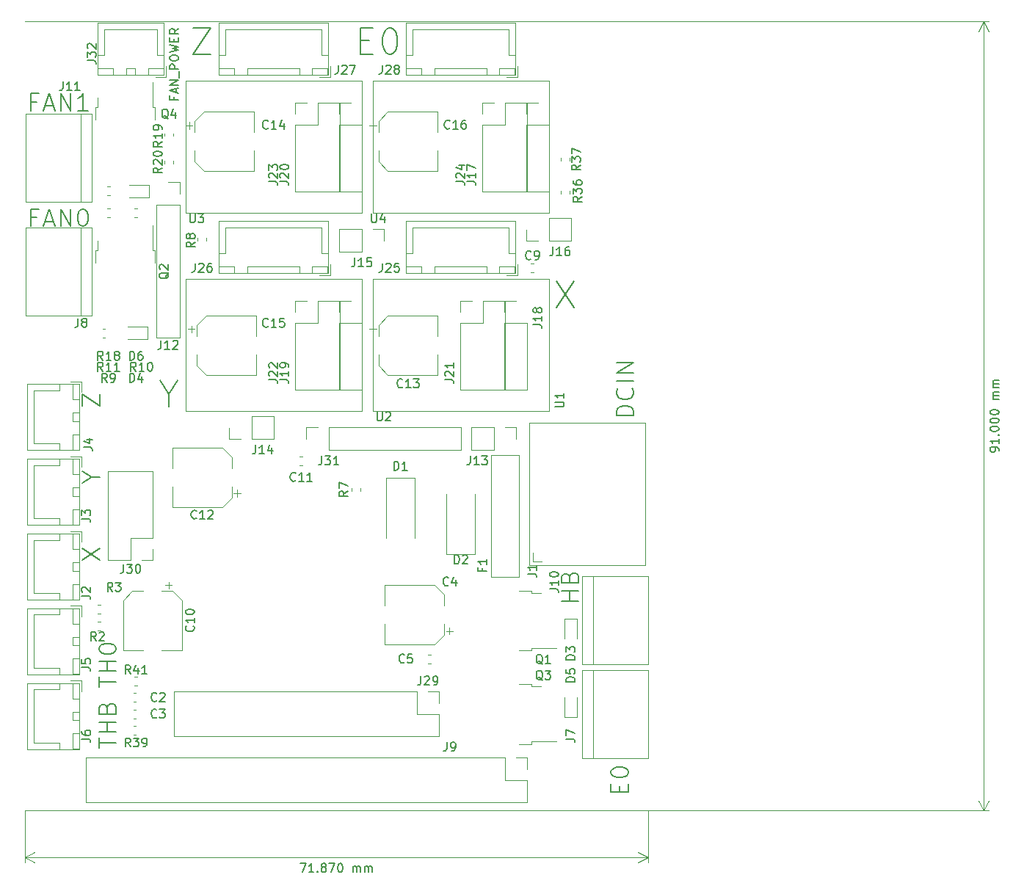
<source format=gbr>
G04 #@! TF.GenerationSoftware,KiCad,Pcbnew,5.1.5+dfsg1-2build2*
G04 #@! TF.CreationDate,2020-12-13T22:45:39+09:00*
G04 #@! TF.ProjectId,Klipper,4b6c6970-7065-4722-9e6b-696361645f70,rev?*
G04 #@! TF.SameCoordinates,Original*
G04 #@! TF.FileFunction,Legend,Top*
G04 #@! TF.FilePolarity,Positive*
%FSLAX46Y46*%
G04 Gerber Fmt 4.6, Leading zero omitted, Abs format (unit mm)*
G04 Created by KiCad (PCBNEW 5.1.5+dfsg1-2build2) date 2020-12-13 22:45:39*
%MOMM*%
%LPD*%
G04 APERTURE LIST*
%ADD10C,0.150000*%
%ADD11C,0.120000*%
G04 APERTURE END LIST*
D10*
X-755476Y-51362380D02*
X-88809Y-51362380D01*
X-517380Y-52362380D01*
X815952Y-52362380D02*
X244523Y-52362380D01*
X530238Y-52362380D02*
X530238Y-51362380D01*
X435000Y-51505238D01*
X339761Y-51600476D01*
X244523Y-51648095D01*
X1244523Y-52267142D02*
X1292142Y-52314761D01*
X1244523Y-52362380D01*
X1196904Y-52314761D01*
X1244523Y-52267142D01*
X1244523Y-52362380D01*
X1863571Y-51790952D02*
X1768333Y-51743333D01*
X1720714Y-51695714D01*
X1673095Y-51600476D01*
X1673095Y-51552857D01*
X1720714Y-51457619D01*
X1768333Y-51410000D01*
X1863571Y-51362380D01*
X2054047Y-51362380D01*
X2149285Y-51410000D01*
X2196904Y-51457619D01*
X2244523Y-51552857D01*
X2244523Y-51600476D01*
X2196904Y-51695714D01*
X2149285Y-51743333D01*
X2054047Y-51790952D01*
X1863571Y-51790952D01*
X1768333Y-51838571D01*
X1720714Y-51886190D01*
X1673095Y-51981428D01*
X1673095Y-52171904D01*
X1720714Y-52267142D01*
X1768333Y-52314761D01*
X1863571Y-52362380D01*
X2054047Y-52362380D01*
X2149285Y-52314761D01*
X2196904Y-52267142D01*
X2244523Y-52171904D01*
X2244523Y-51981428D01*
X2196904Y-51886190D01*
X2149285Y-51838571D01*
X2054047Y-51790952D01*
X2577857Y-51362380D02*
X3244523Y-51362380D01*
X2815952Y-52362380D01*
X3815952Y-51362380D02*
X3911190Y-51362380D01*
X4006428Y-51410000D01*
X4054047Y-51457619D01*
X4101666Y-51552857D01*
X4149285Y-51743333D01*
X4149285Y-51981428D01*
X4101666Y-52171904D01*
X4054047Y-52267142D01*
X4006428Y-52314761D01*
X3911190Y-52362380D01*
X3815952Y-52362380D01*
X3720714Y-52314761D01*
X3673095Y-52267142D01*
X3625476Y-52171904D01*
X3577857Y-51981428D01*
X3577857Y-51743333D01*
X3625476Y-51552857D01*
X3673095Y-51457619D01*
X3720714Y-51410000D01*
X3815952Y-51362380D01*
X5339761Y-52362380D02*
X5339761Y-51695714D01*
X5339761Y-51790952D02*
X5387380Y-51743333D01*
X5482619Y-51695714D01*
X5625476Y-51695714D01*
X5720714Y-51743333D01*
X5768333Y-51838571D01*
X5768333Y-52362380D01*
X5768333Y-51838571D02*
X5815952Y-51743333D01*
X5911190Y-51695714D01*
X6054047Y-51695714D01*
X6149285Y-51743333D01*
X6196904Y-51838571D01*
X6196904Y-52362380D01*
X6673095Y-52362380D02*
X6673095Y-51695714D01*
X6673095Y-51790952D02*
X6720714Y-51743333D01*
X6815952Y-51695714D01*
X6958809Y-51695714D01*
X7054047Y-51743333D01*
X7101666Y-51838571D01*
X7101666Y-52362380D01*
X7101666Y-51838571D02*
X7149285Y-51743333D01*
X7244523Y-51695714D01*
X7387380Y-51695714D01*
X7482619Y-51743333D01*
X7530238Y-51838571D01*
X7530238Y-52362380D01*
D11*
X-32500000Y-50640000D02*
X39370000Y-50640000D01*
X-32500000Y-45250000D02*
X-32500000Y-51226421D01*
X39370000Y-45250000D02*
X39370000Y-51226421D01*
X39370000Y-50640000D02*
X38243496Y-51226421D01*
X39370000Y-50640000D02*
X38243496Y-50053579D01*
X-32500000Y-50640000D02*
X-31373496Y-51226421D01*
X-32500000Y-50640000D02*
X-31373496Y-50053579D01*
D10*
X79827380Y-3797619D02*
X79827380Y-3607142D01*
X79779761Y-3511904D01*
X79732142Y-3464285D01*
X79589285Y-3369047D01*
X79398809Y-3321428D01*
X79017857Y-3321428D01*
X78922619Y-3369047D01*
X78875000Y-3416666D01*
X78827380Y-3511904D01*
X78827380Y-3702380D01*
X78875000Y-3797619D01*
X78922619Y-3845238D01*
X79017857Y-3892857D01*
X79255952Y-3892857D01*
X79351190Y-3845238D01*
X79398809Y-3797619D01*
X79446428Y-3702380D01*
X79446428Y-3511904D01*
X79398809Y-3416666D01*
X79351190Y-3369047D01*
X79255952Y-3321428D01*
X79827380Y-2369047D02*
X79827380Y-2940476D01*
X79827380Y-2654761D02*
X78827380Y-2654761D01*
X78970238Y-2750000D01*
X79065476Y-2845238D01*
X79113095Y-2940476D01*
X79732142Y-1940476D02*
X79779761Y-1892857D01*
X79827380Y-1940476D01*
X79779761Y-1988095D01*
X79732142Y-1940476D01*
X79827380Y-1940476D01*
X78827380Y-1273809D02*
X78827380Y-1178571D01*
X78875000Y-1083333D01*
X78922619Y-1035714D01*
X79017857Y-988095D01*
X79208333Y-940476D01*
X79446428Y-940476D01*
X79636904Y-988095D01*
X79732142Y-1035714D01*
X79779761Y-1083333D01*
X79827380Y-1178571D01*
X79827380Y-1273809D01*
X79779761Y-1369047D01*
X79732142Y-1416666D01*
X79636904Y-1464285D01*
X79446428Y-1511904D01*
X79208333Y-1511904D01*
X79017857Y-1464285D01*
X78922619Y-1416666D01*
X78875000Y-1369047D01*
X78827380Y-1273809D01*
X78827380Y-321428D02*
X78827380Y-226190D01*
X78875000Y-130952D01*
X78922619Y-83333D01*
X79017857Y-35714D01*
X79208333Y11904D01*
X79446428Y11904D01*
X79636904Y-35714D01*
X79732142Y-83333D01*
X79779761Y-130952D01*
X79827380Y-226190D01*
X79827380Y-321428D01*
X79779761Y-416666D01*
X79732142Y-464285D01*
X79636904Y-511904D01*
X79446428Y-559523D01*
X79208333Y-559523D01*
X79017857Y-511904D01*
X78922619Y-464285D01*
X78875000Y-416666D01*
X78827380Y-321428D01*
X78827380Y630952D02*
X78827380Y726190D01*
X78875000Y821428D01*
X78922619Y869047D01*
X79017857Y916666D01*
X79208333Y964285D01*
X79446428Y964285D01*
X79636904Y916666D01*
X79732142Y869047D01*
X79779761Y821428D01*
X79827380Y726190D01*
X79827380Y630952D01*
X79779761Y535714D01*
X79732142Y488095D01*
X79636904Y440476D01*
X79446428Y392857D01*
X79208333Y392857D01*
X79017857Y440476D01*
X78922619Y488095D01*
X78875000Y535714D01*
X78827380Y630952D01*
X79827380Y2154761D02*
X79160714Y2154761D01*
X79255952Y2154761D02*
X79208333Y2202380D01*
X79160714Y2297619D01*
X79160714Y2440476D01*
X79208333Y2535714D01*
X79303571Y2583333D01*
X79827380Y2583333D01*
X79303571Y2583333D02*
X79208333Y2630952D01*
X79160714Y2726190D01*
X79160714Y2869047D01*
X79208333Y2964285D01*
X79303571Y3011904D01*
X79827380Y3011904D01*
X79827380Y3488095D02*
X79160714Y3488095D01*
X79255952Y3488095D02*
X79208333Y3535714D01*
X79160714Y3630952D01*
X79160714Y3773809D01*
X79208333Y3869047D01*
X79303571Y3916666D01*
X79827380Y3916666D01*
X79303571Y3916666D02*
X79208333Y3964285D01*
X79160714Y4059523D01*
X79160714Y4202380D01*
X79208333Y4297619D01*
X79303571Y4345238D01*
X79827380Y4345238D01*
D11*
X78105000Y-45250000D02*
X78105000Y45750000D01*
X-32500000Y-45250000D02*
X78691421Y-45250000D01*
X-32500000Y45750000D02*
X78691421Y45750000D01*
X78105000Y45750000D02*
X78691421Y44623496D01*
X78105000Y45750000D02*
X77518579Y44623496D01*
X78105000Y-45250000D02*
X78691421Y-44123496D01*
X78105000Y-45250000D02*
X77518579Y-44123496D01*
X16130000Y-15670000D02*
X16130000Y-8770000D01*
X19430000Y-15670000D02*
X19430000Y-8770000D01*
X16130000Y-15670000D02*
X19430000Y-15670000D01*
X12445000Y-6915000D02*
X12445000Y-13815000D01*
X9145000Y-6915000D02*
X9145000Y-13815000D01*
X12445000Y-6915000D02*
X9145000Y-6915000D01*
X-17720000Y-16410000D02*
X-19050000Y-16410000D01*
X-17720000Y-15080000D02*
X-17720000Y-16410000D01*
X-20320000Y-16410000D02*
X-22920000Y-16410000D01*
X-20320000Y-13810000D02*
X-20320000Y-16410000D01*
X-17720000Y-13810000D02*
X-20320000Y-13810000D01*
X-22920000Y-16410000D02*
X-22920000Y-6130000D01*
X-17720000Y-13810000D02*
X-17720000Y-6130000D01*
X-17720000Y-6130000D02*
X-22920000Y-6130000D01*
X-16200000Y39320000D02*
X-16200000Y40570000D01*
X-17450000Y39320000D02*
X-16200000Y39320000D01*
X-23350000Y44820000D02*
X-20300000Y44820000D01*
X-23350000Y41870000D02*
X-23350000Y44820000D01*
X-24100000Y41870000D02*
X-23350000Y41870000D01*
X-17250000Y44820000D02*
X-20300000Y44820000D01*
X-17250000Y41870000D02*
X-17250000Y44820000D01*
X-16500000Y41870000D02*
X-17250000Y41870000D01*
X-24100000Y39620000D02*
X-22300000Y39620000D01*
X-24100000Y40370000D02*
X-24100000Y39620000D01*
X-22300000Y40370000D02*
X-24100000Y40370000D01*
X-22300000Y39620000D02*
X-22300000Y40370000D01*
X-18300000Y39620000D02*
X-16500000Y39620000D01*
X-18300000Y40370000D02*
X-18300000Y39620000D01*
X-16500000Y40370000D02*
X-18300000Y40370000D01*
X-16500000Y39620000D02*
X-16500000Y40370000D01*
X-20800000Y39620000D02*
X-19800000Y39620000D01*
X-20800000Y40370000D02*
X-20800000Y39620000D01*
X-19800000Y40370000D02*
X-20800000Y40370000D01*
X-19800000Y39620000D02*
X-19800000Y40370000D01*
X-24110000Y39610000D02*
X-16490000Y39610000D01*
X-24110000Y45580000D02*
X-24110000Y39610000D01*
X-16490000Y45580000D02*
X-24110000Y45580000D01*
X-16490000Y39610000D02*
X-16490000Y45580000D01*
X-19522221Y-29810000D02*
X-19847779Y-29810000D01*
X-19522221Y-30830000D02*
X-19847779Y-30830000D01*
X-19674721Y-35525000D02*
X-20000279Y-35525000D01*
X-19674721Y-36545000D02*
X-20000279Y-36545000D01*
X16483750Y-24941250D02*
X16483750Y-24153750D01*
X16877500Y-24547500D02*
X16090000Y-24547500D01*
X15850000Y-20354437D02*
X14785563Y-19290000D01*
X15850000Y-25045563D02*
X14785563Y-26110000D01*
X15850000Y-25045563D02*
X15850000Y-23760000D01*
X15850000Y-20354437D02*
X15850000Y-21640000D01*
X14785563Y-19290000D02*
X9030000Y-19290000D01*
X14785563Y-26110000D02*
X9030000Y-26110000D01*
X9030000Y-26110000D02*
X9030000Y-23760000D01*
X9030000Y-19290000D02*
X9030000Y-21640000D01*
X29745000Y-23120000D02*
X29745000Y-25405000D01*
X31215000Y-23120000D02*
X29745000Y-23120000D01*
X31215000Y-25405000D02*
X31215000Y-23120000D01*
X31215000Y-34497500D02*
X31215000Y-32212500D01*
X29745000Y-34497500D02*
X31215000Y-34497500D01*
X29745000Y-32212500D02*
X29745000Y-34497500D01*
X-24135000Y35895000D02*
X-24135000Y36995000D01*
X-24405000Y35895000D02*
X-24135000Y35895000D01*
X-24405000Y34395000D02*
X-24405000Y35895000D01*
X-17775000Y35895000D02*
X-17775000Y38725000D01*
X-17505000Y35895000D02*
X-17775000Y35895000D01*
X-17505000Y34395000D02*
X-17505000Y35895000D01*
X25956000Y-20155000D02*
X27056000Y-20155000D01*
X25956000Y-19885000D02*
X25956000Y-20155000D01*
X24456000Y-19885000D02*
X25956000Y-19885000D01*
X25956000Y-26515000D02*
X28786000Y-26515000D01*
X25956000Y-26785000D02*
X25956000Y-26515000D01*
X24456000Y-26785000D02*
X25956000Y-26785000D01*
X-24135000Y19385000D02*
X-24135000Y20485000D01*
X-24405000Y19385000D02*
X-24135000Y19385000D01*
X-24405000Y17885000D02*
X-24405000Y19385000D01*
X-17775000Y19385000D02*
X-17775000Y22215000D01*
X-17505000Y19385000D02*
X-17775000Y19385000D01*
X-17505000Y17885000D02*
X-17505000Y19385000D01*
X25956000Y-30950000D02*
X27056000Y-30950000D01*
X25956000Y-30680000D02*
X25956000Y-30950000D01*
X24456000Y-30680000D02*
X25956000Y-30680000D01*
X25956000Y-37310000D02*
X28786000Y-37310000D01*
X25956000Y-37580000D02*
X25956000Y-37310000D01*
X24456000Y-37580000D02*
X25956000Y-37580000D01*
X24495000Y-18290000D02*
X21295000Y-18290000D01*
X24495000Y-4290000D02*
X21295000Y-4290000D01*
X21295000Y-12169000D02*
X21295000Y-18290000D01*
X21295000Y-4290000D02*
X21295000Y-12169000D01*
X24495000Y-6190000D02*
X24495000Y-18290000D01*
X24495000Y-4290000D02*
X24495000Y-6190000D01*
X26085000Y-16540000D02*
X26085000Y-15540000D01*
X26085000Y-16540000D02*
X27085000Y-16540000D01*
X39085000Y-16940000D02*
X25685000Y-16940000D01*
X39085000Y-540000D02*
X39085000Y-16940000D01*
X25685000Y-540000D02*
X39085000Y-540000D01*
X25685000Y-16940000D02*
X25685000Y-540000D01*
X6225000Y-8410279D02*
X6225000Y-8084721D01*
X5205000Y-8410279D02*
X5205000Y-8084721D01*
X14285279Y-27270000D02*
X13959721Y-27270000D01*
X14285279Y-28290000D02*
X13959721Y-28290000D01*
X-18200000Y26930000D02*
X-20485000Y26930000D01*
X-18200000Y25460000D02*
X-18200000Y26930000D01*
X-20485000Y25460000D02*
X-18200000Y25460000D01*
X-18352500Y10547000D02*
X-20637500Y10547000D01*
X-18352500Y9077000D02*
X-18352500Y10547000D01*
X-20637500Y9077000D02*
X-18352500Y9077000D01*
X-25952000Y-30264000D02*
X-27202000Y-30264000D01*
X-25952000Y-31514000D02*
X-25952000Y-30264000D01*
X-31452000Y-37414000D02*
X-31452000Y-34364000D01*
X-28502000Y-37414000D02*
X-31452000Y-37414000D01*
X-28502000Y-38164000D02*
X-28502000Y-37414000D01*
X-31452000Y-31314000D02*
X-31452000Y-34364000D01*
X-28502000Y-31314000D02*
X-31452000Y-31314000D01*
X-28502000Y-30564000D02*
X-28502000Y-31314000D01*
X-26252000Y-38164000D02*
X-26252000Y-36364000D01*
X-27002000Y-38164000D02*
X-26252000Y-38164000D01*
X-27002000Y-36364000D02*
X-27002000Y-38164000D01*
X-26252000Y-36364000D02*
X-27002000Y-36364000D01*
X-26252000Y-32364000D02*
X-26252000Y-30564000D01*
X-27002000Y-32364000D02*
X-26252000Y-32364000D01*
X-27002000Y-30564000D02*
X-27002000Y-32364000D01*
X-26252000Y-30564000D02*
X-27002000Y-30564000D01*
X-26252000Y-34864000D02*
X-26252000Y-33864000D01*
X-27002000Y-34864000D02*
X-26252000Y-34864000D01*
X-27002000Y-33864000D02*
X-27002000Y-34864000D01*
X-26252000Y-33864000D02*
X-27002000Y-33864000D01*
X-26242000Y-38174000D02*
X-26242000Y-30554000D01*
X-32212000Y-38174000D02*
X-26242000Y-38174000D01*
X-32212000Y-30554000D02*
X-32212000Y-38174000D01*
X-26242000Y-30554000D02*
X-32212000Y-30554000D01*
X-25952000Y-21628000D02*
X-27202000Y-21628000D01*
X-25952000Y-22878000D02*
X-25952000Y-21628000D01*
X-31452000Y-28778000D02*
X-31452000Y-25728000D01*
X-28502000Y-28778000D02*
X-31452000Y-28778000D01*
X-28502000Y-29528000D02*
X-28502000Y-28778000D01*
X-31452000Y-22678000D02*
X-31452000Y-25728000D01*
X-28502000Y-22678000D02*
X-31452000Y-22678000D01*
X-28502000Y-21928000D02*
X-28502000Y-22678000D01*
X-26252000Y-29528000D02*
X-26252000Y-27728000D01*
X-27002000Y-29528000D02*
X-26252000Y-29528000D01*
X-27002000Y-27728000D02*
X-27002000Y-29528000D01*
X-26252000Y-27728000D02*
X-27002000Y-27728000D01*
X-26252000Y-23728000D02*
X-26252000Y-21928000D01*
X-27002000Y-23728000D02*
X-26252000Y-23728000D01*
X-27002000Y-21928000D02*
X-27002000Y-23728000D01*
X-26252000Y-21928000D02*
X-27002000Y-21928000D01*
X-26252000Y-26228000D02*
X-26252000Y-25228000D01*
X-27002000Y-26228000D02*
X-26252000Y-26228000D01*
X-27002000Y-25228000D02*
X-27002000Y-26228000D01*
X-26252000Y-25228000D02*
X-27002000Y-25228000D01*
X-26242000Y-29538000D02*
X-26242000Y-21918000D01*
X-32212000Y-29538000D02*
X-26242000Y-29538000D01*
X-32212000Y-21918000D02*
X-32212000Y-29538000D01*
X-26242000Y-21918000D02*
X-32212000Y-21918000D01*
X-25952000Y4240000D02*
X-27202000Y4240000D01*
X-25952000Y2990000D02*
X-25952000Y4240000D01*
X-31452000Y-2910000D02*
X-31452000Y140000D01*
X-28502000Y-2910000D02*
X-31452000Y-2910000D01*
X-28502000Y-3660000D02*
X-28502000Y-2910000D01*
X-31452000Y3190000D02*
X-31452000Y140000D01*
X-28502000Y3190000D02*
X-31452000Y3190000D01*
X-28502000Y3940000D02*
X-28502000Y3190000D01*
X-26252000Y-3660000D02*
X-26252000Y-1860000D01*
X-27002000Y-3660000D02*
X-26252000Y-3660000D01*
X-27002000Y-1860000D02*
X-27002000Y-3660000D01*
X-26252000Y-1860000D02*
X-27002000Y-1860000D01*
X-26252000Y2140000D02*
X-26252000Y3940000D01*
X-27002000Y2140000D02*
X-26252000Y2140000D01*
X-27002000Y3940000D02*
X-27002000Y2140000D01*
X-26252000Y3940000D02*
X-27002000Y3940000D01*
X-26252000Y-360000D02*
X-26252000Y640000D01*
X-27002000Y-360000D02*
X-26252000Y-360000D01*
X-27002000Y640000D02*
X-27002000Y-360000D01*
X-26252000Y640000D02*
X-27002000Y640000D01*
X-26242000Y-3670000D02*
X-26242000Y3950000D01*
X-32212000Y-3670000D02*
X-26242000Y-3670000D01*
X-32212000Y3950000D02*
X-32212000Y-3670000D01*
X-26242000Y3950000D02*
X-32212000Y3950000D01*
X-25952000Y-4396000D02*
X-27202000Y-4396000D01*
X-25952000Y-5646000D02*
X-25952000Y-4396000D01*
X-31452000Y-11546000D02*
X-31452000Y-8496000D01*
X-28502000Y-11546000D02*
X-31452000Y-11546000D01*
X-28502000Y-12296000D02*
X-28502000Y-11546000D01*
X-31452000Y-5446000D02*
X-31452000Y-8496000D01*
X-28502000Y-5446000D02*
X-31452000Y-5446000D01*
X-28502000Y-4696000D02*
X-28502000Y-5446000D01*
X-26252000Y-12296000D02*
X-26252000Y-10496000D01*
X-27002000Y-12296000D02*
X-26252000Y-12296000D01*
X-27002000Y-10496000D02*
X-27002000Y-12296000D01*
X-26252000Y-10496000D02*
X-27002000Y-10496000D01*
X-26252000Y-6496000D02*
X-26252000Y-4696000D01*
X-27002000Y-6496000D02*
X-26252000Y-6496000D01*
X-27002000Y-4696000D02*
X-27002000Y-6496000D01*
X-26252000Y-4696000D02*
X-27002000Y-4696000D01*
X-26252000Y-8996000D02*
X-26252000Y-7996000D01*
X-27002000Y-8996000D02*
X-26252000Y-8996000D01*
X-27002000Y-7996000D02*
X-27002000Y-8996000D01*
X-26252000Y-7996000D02*
X-27002000Y-7996000D01*
X-26242000Y-12306000D02*
X-26242000Y-4686000D01*
X-32212000Y-12306000D02*
X-26242000Y-12306000D01*
X-32212000Y-4686000D02*
X-32212000Y-12306000D01*
X-26242000Y-4686000D02*
X-32212000Y-4686000D01*
X-25952000Y-13032000D02*
X-27202000Y-13032000D01*
X-25952000Y-14282000D02*
X-25952000Y-13032000D01*
X-31452000Y-20182000D02*
X-31452000Y-17132000D01*
X-28502000Y-20182000D02*
X-31452000Y-20182000D01*
X-28502000Y-20932000D02*
X-28502000Y-20182000D01*
X-31452000Y-14082000D02*
X-31452000Y-17132000D01*
X-28502000Y-14082000D02*
X-31452000Y-14082000D01*
X-28502000Y-13332000D02*
X-28502000Y-14082000D01*
X-26252000Y-20932000D02*
X-26252000Y-19132000D01*
X-27002000Y-20932000D02*
X-26252000Y-20932000D01*
X-27002000Y-19132000D02*
X-27002000Y-20932000D01*
X-26252000Y-19132000D02*
X-27002000Y-19132000D01*
X-26252000Y-15132000D02*
X-26252000Y-13332000D01*
X-27002000Y-15132000D02*
X-26252000Y-15132000D01*
X-27002000Y-13332000D02*
X-27002000Y-15132000D01*
X-26252000Y-13332000D02*
X-27002000Y-13332000D01*
X-26252000Y-17632000D02*
X-26252000Y-16632000D01*
X-27002000Y-17632000D02*
X-26252000Y-17632000D01*
X-27002000Y-16632000D02*
X-27002000Y-17632000D01*
X-26252000Y-16632000D02*
X-27002000Y-16632000D01*
X-26242000Y-20942000D02*
X-26242000Y-13322000D01*
X-32212000Y-20942000D02*
X-26242000Y-20942000D01*
X-32212000Y-13322000D02*
X-32212000Y-20942000D01*
X-26242000Y-13322000D02*
X-32212000Y-13322000D01*
X-797779Y-5430000D02*
X-472221Y-5430000D01*
X-797779Y-4410000D02*
X-472221Y-4410000D01*
X25872221Y16795000D02*
X26197779Y16795000D01*
X25872221Y17815000D02*
X26197779Y17815000D01*
X-20000279Y-34640000D02*
X-19674721Y-34640000D01*
X-20000279Y-33620000D02*
X-19674721Y-33620000D01*
X-19674721Y-31715000D02*
X-20000279Y-31715000D01*
X-19674721Y-32735000D02*
X-20000279Y-32735000D01*
X30355000Y29689721D02*
X30355000Y30015279D01*
X29335000Y29689721D02*
X29335000Y30015279D01*
X29335000Y26205279D02*
X29335000Y25879721D01*
X30355000Y26205279D02*
X30355000Y25879721D01*
X-15365000Y29359721D02*
X-15365000Y29685279D01*
X-16385000Y29359721D02*
X-16385000Y29685279D01*
X-16385000Y32860279D02*
X-16385000Y32534721D01*
X-15365000Y32860279D02*
X-15365000Y32534721D01*
X-23022779Y25685000D02*
X-22697221Y25685000D01*
X-23022779Y26705000D02*
X-22697221Y26705000D01*
X-23022779Y23145000D02*
X-22697221Y23145000D01*
X-23022779Y24165000D02*
X-22697221Y24165000D01*
X-19522221Y24165000D02*
X-19847779Y24165000D01*
X-19522221Y23145000D02*
X-19847779Y23145000D01*
X-23556279Y9302000D02*
X-23230721Y9302000D01*
X-23556279Y10322000D02*
X-23230721Y10322000D01*
X-12575000Y20795279D02*
X-12575000Y20469721D01*
X-11555000Y20795279D02*
X-11555000Y20469721D01*
X-23814721Y-21555000D02*
X-24140279Y-21555000D01*
X-23814721Y-22575000D02*
X-24140279Y-22575000D01*
X-23814721Y-23460000D02*
X-24140279Y-23460000D01*
X-23814721Y-24480000D02*
X-24140279Y-24480000D01*
X24320000Y39320000D02*
X24320000Y40570000D01*
X23070000Y39320000D02*
X24320000Y39320000D01*
X12170000Y44820000D02*
X17720000Y44820000D01*
X12170000Y41870000D02*
X12170000Y44820000D01*
X11420000Y41870000D02*
X12170000Y41870000D01*
X23270000Y44820000D02*
X17720000Y44820000D01*
X23270000Y41870000D02*
X23270000Y44820000D01*
X24020000Y41870000D02*
X23270000Y41870000D01*
X11420000Y39620000D02*
X13220000Y39620000D01*
X11420000Y40370000D02*
X11420000Y39620000D01*
X13220000Y40370000D02*
X11420000Y40370000D01*
X13220000Y39620000D02*
X13220000Y40370000D01*
X22220000Y39620000D02*
X24020000Y39620000D01*
X22220000Y40370000D02*
X22220000Y39620000D01*
X24020000Y40370000D02*
X22220000Y40370000D01*
X24020000Y39620000D02*
X24020000Y40370000D01*
X14720000Y39620000D02*
X20720000Y39620000D01*
X14720000Y40370000D02*
X14720000Y39620000D01*
X20720000Y40370000D02*
X14720000Y40370000D01*
X20720000Y39620000D02*
X20720000Y40370000D01*
X11410000Y39610000D02*
X24030000Y39610000D01*
X11410000Y45580000D02*
X11410000Y39610000D01*
X24030000Y45580000D02*
X11410000Y45580000D01*
X24030000Y39610000D02*
X24030000Y45580000D01*
X2730000Y39320000D02*
X2730000Y40570000D01*
X1480000Y39320000D02*
X2730000Y39320000D01*
X-9420000Y44820000D02*
X-3870000Y44820000D01*
X-9420000Y41870000D02*
X-9420000Y44820000D01*
X-10170000Y41870000D02*
X-9420000Y41870000D01*
X1680000Y44820000D02*
X-3870000Y44820000D01*
X1680000Y41870000D02*
X1680000Y44820000D01*
X2430000Y41870000D02*
X1680000Y41870000D01*
X-10170000Y39620000D02*
X-8370000Y39620000D01*
X-10170000Y40370000D02*
X-10170000Y39620000D01*
X-8370000Y40370000D02*
X-10170000Y40370000D01*
X-8370000Y39620000D02*
X-8370000Y40370000D01*
X630000Y39620000D02*
X2430000Y39620000D01*
X630000Y40370000D02*
X630000Y39620000D01*
X2430000Y40370000D02*
X630000Y40370000D01*
X2430000Y39620000D02*
X2430000Y40370000D01*
X-6870000Y39620000D02*
X-870000Y39620000D01*
X-6870000Y40370000D02*
X-6870000Y39620000D01*
X-870000Y40370000D02*
X-6870000Y40370000D01*
X-870000Y39620000D02*
X-870000Y40370000D01*
X-10180000Y39610000D02*
X2440000Y39610000D01*
X-10180000Y45580000D02*
X-10180000Y39610000D01*
X2440000Y45580000D02*
X-10180000Y45580000D01*
X2440000Y39610000D02*
X2440000Y45580000D01*
X2730000Y16460000D02*
X2730000Y17710000D01*
X1480000Y16460000D02*
X2730000Y16460000D01*
X-9420000Y21960000D02*
X-3870000Y21960000D01*
X-9420000Y19010000D02*
X-9420000Y21960000D01*
X-10170000Y19010000D02*
X-9420000Y19010000D01*
X1680000Y21960000D02*
X-3870000Y21960000D01*
X1680000Y19010000D02*
X1680000Y21960000D01*
X2430000Y19010000D02*
X1680000Y19010000D01*
X-10170000Y16760000D02*
X-8370000Y16760000D01*
X-10170000Y17510000D02*
X-10170000Y16760000D01*
X-8370000Y17510000D02*
X-10170000Y17510000D01*
X-8370000Y16760000D02*
X-8370000Y17510000D01*
X630000Y16760000D02*
X2430000Y16760000D01*
X630000Y17510000D02*
X630000Y16760000D01*
X2430000Y17510000D02*
X630000Y17510000D01*
X2430000Y16760000D02*
X2430000Y17510000D01*
X-6870000Y16760000D02*
X-870000Y16760000D01*
X-6870000Y17510000D02*
X-6870000Y16760000D01*
X-870000Y17510000D02*
X-6870000Y17510000D01*
X-870000Y16760000D02*
X-870000Y17510000D01*
X-10180000Y16750000D02*
X2440000Y16750000D01*
X-10180000Y22720000D02*
X-10180000Y16750000D01*
X2440000Y22720000D02*
X-10180000Y22720000D01*
X2440000Y16750000D02*
X2440000Y22720000D01*
X24320000Y16460000D02*
X24320000Y17710000D01*
X23070000Y16460000D02*
X24320000Y16460000D01*
X12170000Y21960000D02*
X17720000Y21960000D01*
X12170000Y19010000D02*
X12170000Y21960000D01*
X11420000Y19010000D02*
X12170000Y19010000D01*
X23270000Y21960000D02*
X17720000Y21960000D01*
X23270000Y19010000D02*
X23270000Y21960000D01*
X24020000Y19010000D02*
X23270000Y19010000D01*
X11420000Y16760000D02*
X13220000Y16760000D01*
X11420000Y17510000D02*
X11420000Y16760000D01*
X13220000Y17510000D02*
X11420000Y17510000D01*
X13220000Y16760000D02*
X13220000Y17510000D01*
X22220000Y16760000D02*
X24020000Y16760000D01*
X22220000Y17510000D02*
X22220000Y16760000D01*
X24020000Y17510000D02*
X22220000Y17510000D01*
X24020000Y16760000D02*
X24020000Y17510000D01*
X14720000Y16760000D02*
X20720000Y16760000D01*
X14720000Y17510000D02*
X14720000Y16760000D01*
X20720000Y17510000D02*
X14720000Y17510000D01*
X20720000Y16760000D02*
X20720000Y17510000D01*
X11410000Y16750000D02*
X24030000Y16750000D01*
X11410000Y22720000D02*
X11410000Y16750000D01*
X24030000Y22720000D02*
X11410000Y22720000D01*
X24030000Y16750000D02*
X24030000Y22720000D01*
X-8021250Y-9066250D02*
X-8021250Y-8278750D01*
X-7627500Y-8672500D02*
X-8415000Y-8672500D01*
X-8655000Y-4479437D02*
X-9719437Y-3415000D01*
X-8655000Y-9170563D02*
X-9719437Y-10235000D01*
X-8655000Y-9170563D02*
X-8655000Y-7885000D01*
X-8655000Y-4479437D02*
X-8655000Y-5765000D01*
X-9719437Y-3415000D02*
X-15475000Y-3415000D01*
X-9719437Y-10235000D02*
X-15475000Y-10235000D01*
X-15475000Y-10235000D02*
X-15475000Y-7885000D01*
X-15475000Y-3415000D02*
X-15475000Y-5765000D01*
X-15538750Y-19291250D02*
X-16326250Y-19291250D01*
X-15932500Y-18897500D02*
X-15932500Y-19685000D01*
X-20125563Y-19925000D02*
X-21190000Y-20989437D01*
X-15434437Y-19925000D02*
X-14370000Y-20989437D01*
X-15434437Y-19925000D02*
X-16720000Y-19925000D01*
X-20125563Y-19925000D02*
X-18840000Y-19925000D01*
X-21190000Y-20989437D02*
X-21190000Y-26745000D01*
X-14370000Y-20989437D02*
X-14370000Y-26745000D01*
X-14370000Y-26745000D02*
X-16720000Y-26745000D01*
X-21190000Y-26745000D02*
X-18840000Y-26745000D01*
X7646250Y34151250D02*
X7646250Y33363750D01*
X7252500Y33757500D02*
X8040000Y33757500D01*
X8280000Y29564437D02*
X9344437Y28500000D01*
X8280000Y34255563D02*
X9344437Y35320000D01*
X8280000Y34255563D02*
X8280000Y32970000D01*
X8280000Y29564437D02*
X8280000Y30850000D01*
X9344437Y28500000D02*
X15100000Y28500000D01*
X9344437Y35320000D02*
X15100000Y35320000D01*
X15100000Y35320000D02*
X15100000Y32970000D01*
X15100000Y28500000D02*
X15100000Y30850000D01*
X-13308750Y10656250D02*
X-13308750Y9868750D01*
X-13702500Y10262500D02*
X-12915000Y10262500D01*
X-12675000Y6069437D02*
X-11610563Y5005000D01*
X-12675000Y10760563D02*
X-11610563Y11825000D01*
X-12675000Y10760563D02*
X-12675000Y9475000D01*
X-12675000Y6069437D02*
X-12675000Y7355000D01*
X-11610563Y5005000D02*
X-5855000Y5005000D01*
X-11610563Y11825000D02*
X-5855000Y11825000D01*
X-5855000Y11825000D02*
X-5855000Y9475000D01*
X-5855000Y5005000D02*
X-5855000Y7355000D01*
X7646250Y10656250D02*
X7646250Y9868750D01*
X7252500Y10262500D02*
X8040000Y10262500D01*
X8280000Y6069437D02*
X9344437Y5005000D01*
X8280000Y10760563D02*
X9344437Y11825000D01*
X8280000Y10760563D02*
X8280000Y9475000D01*
X8280000Y6069437D02*
X8280000Y7355000D01*
X9344437Y5005000D02*
X15100000Y5005000D01*
X9344437Y11825000D02*
X15100000Y11825000D01*
X15100000Y11825000D02*
X15100000Y9475000D01*
X15100000Y5005000D02*
X15100000Y7355000D01*
X-13568750Y34151250D02*
X-13568750Y33363750D01*
X-13962500Y33757500D02*
X-13175000Y33757500D01*
X-12935000Y29564437D02*
X-11870563Y28500000D01*
X-12935000Y34255563D02*
X-11870563Y35320000D01*
X-12935000Y34255563D02*
X-12935000Y32970000D01*
X-12935000Y29564437D02*
X-12935000Y30850000D01*
X-11870563Y28500000D02*
X-6115000Y28500000D01*
X-11870563Y35320000D02*
X-6115000Y35320000D01*
X-6115000Y35320000D02*
X-6115000Y32970000D01*
X-6115000Y28500000D02*
X-6115000Y30850000D01*
X-25460000Y-39150000D02*
X-25460000Y-44350000D01*
X22860000Y-39150000D02*
X-25460000Y-39150000D01*
X25460000Y-44350000D02*
X-25460000Y-44350000D01*
X22860000Y-39150000D02*
X22860000Y-41750000D01*
X22860000Y-41750000D02*
X25460000Y-41750000D01*
X25460000Y-41750000D02*
X25460000Y-44350000D01*
X24130000Y-39150000D02*
X25460000Y-39150000D01*
X25460000Y-39150000D02*
X25460000Y-40480000D01*
X24190000Y-1050000D02*
X24190000Y-2380000D01*
X22860000Y-1050000D02*
X24190000Y-1050000D01*
X21590000Y-1050000D02*
X21590000Y-3710000D01*
X21590000Y-3710000D02*
X18990000Y-3710000D01*
X21590000Y-1050000D02*
X18990000Y-1050000D01*
X18990000Y-1050000D02*
X18990000Y-3710000D01*
X-3750000Y-2440000D02*
X-3750000Y220000D01*
X-6350000Y-2440000D02*
X-3750000Y-2440000D01*
X-6350000Y220000D02*
X-3750000Y220000D01*
X-6350000Y-2440000D02*
X-6350000Y220000D01*
X-7620000Y-2440000D02*
X-8950000Y-2440000D01*
X-8950000Y-2440000D02*
X-8950000Y-1110000D01*
X8950000Y21810000D02*
X8950000Y20480000D01*
X7620000Y21810000D02*
X8950000Y21810000D01*
X6350000Y21810000D02*
X6350000Y19150000D01*
X6350000Y19150000D02*
X3750000Y19150000D01*
X6350000Y21810000D02*
X3750000Y21810000D01*
X3750000Y21810000D02*
X3750000Y19150000D01*
X30540000Y20420000D02*
X30540000Y23080000D01*
X27940000Y20420000D02*
X30540000Y20420000D01*
X27940000Y23080000D02*
X30540000Y23080000D01*
X27940000Y20420000D02*
X27940000Y23080000D01*
X26670000Y20420000D02*
X25340000Y20420000D01*
X25340000Y20420000D02*
X25340000Y21750000D01*
X25340000Y26135000D02*
X28000000Y26135000D01*
X25340000Y33815000D02*
X25340000Y26135000D01*
X28000000Y33815000D02*
X28000000Y26135000D01*
X25340000Y33815000D02*
X28000000Y33815000D01*
X25340000Y35085000D02*
X25340000Y36415000D01*
X25340000Y36415000D02*
X26670000Y36415000D01*
X22800000Y3275000D02*
X25460000Y3275000D01*
X22800000Y10955000D02*
X22800000Y3275000D01*
X25460000Y10955000D02*
X25460000Y3275000D01*
X22800000Y10955000D02*
X25460000Y10955000D01*
X22800000Y12225000D02*
X22800000Y13555000D01*
X22800000Y13555000D02*
X24130000Y13555000D01*
X3750000Y13555000D02*
X5080000Y13555000D01*
X3750000Y12225000D02*
X3750000Y13555000D01*
X3750000Y10955000D02*
X6410000Y10955000D01*
X6410000Y10955000D02*
X6410000Y3275000D01*
X3750000Y10955000D02*
X3750000Y3275000D01*
X3750000Y3275000D02*
X6410000Y3275000D01*
X3750000Y26135000D02*
X6410000Y26135000D01*
X3750000Y33815000D02*
X3750000Y26135000D01*
X6410000Y33815000D02*
X6410000Y26135000D01*
X3750000Y33815000D02*
X6410000Y33815000D01*
X3750000Y35085000D02*
X3750000Y36415000D01*
X3750000Y36415000D02*
X5080000Y36415000D01*
X7620000Y795000D02*
X7620000Y16035000D01*
X7620000Y16035000D02*
X27940000Y16035000D01*
X27940000Y16035000D02*
X27940000Y795000D01*
X27940000Y795000D02*
X7620000Y795000D01*
X6350000Y795000D02*
X-13970000Y795000D01*
X6350000Y16035000D02*
X6350000Y795000D01*
X-13970000Y16035000D02*
X6350000Y16035000D01*
X-13970000Y795000D02*
X-13970000Y16035000D01*
X-13970000Y23655000D02*
X-13970000Y38895000D01*
X-13970000Y38895000D02*
X6350000Y38895000D01*
X6350000Y38895000D02*
X6350000Y23655000D01*
X6350000Y23655000D02*
X-13970000Y23655000D01*
X27940000Y23655000D02*
X7620000Y23655000D01*
X27940000Y38895000D02*
X27940000Y23655000D01*
X7620000Y38895000D02*
X27940000Y38895000D01*
X7620000Y23655000D02*
X7620000Y38895000D01*
X17720000Y13555000D02*
X19050000Y13555000D01*
X17720000Y12225000D02*
X17720000Y13555000D01*
X20320000Y13555000D02*
X22920000Y13555000D01*
X20320000Y10955000D02*
X20320000Y13555000D01*
X17720000Y10955000D02*
X20320000Y10955000D01*
X22920000Y13555000D02*
X22920000Y3275000D01*
X17720000Y10955000D02*
X17720000Y3275000D01*
X17720000Y3275000D02*
X22920000Y3275000D01*
X-1330000Y3275000D02*
X3870000Y3275000D01*
X-1330000Y10955000D02*
X-1330000Y3275000D01*
X3870000Y13555000D02*
X3870000Y3275000D01*
X-1330000Y10955000D02*
X1270000Y10955000D01*
X1270000Y10955000D02*
X1270000Y13555000D01*
X1270000Y13555000D02*
X3870000Y13555000D01*
X-1330000Y12225000D02*
X-1330000Y13555000D01*
X-1330000Y13555000D02*
X0Y13555000D01*
X-1330000Y36415000D02*
X0Y36415000D01*
X-1330000Y35085000D02*
X-1330000Y36415000D01*
X1270000Y36415000D02*
X3870000Y36415000D01*
X1270000Y33815000D02*
X1270000Y36415000D01*
X-1330000Y33815000D02*
X1270000Y33815000D01*
X3870000Y36415000D02*
X3870000Y26135000D01*
X-1330000Y33815000D02*
X-1330000Y26135000D01*
X-1330000Y26135000D02*
X3870000Y26135000D01*
X20260000Y26135000D02*
X25460000Y26135000D01*
X20260000Y33815000D02*
X20260000Y26135000D01*
X25460000Y36415000D02*
X25460000Y26135000D01*
X20260000Y33815000D02*
X22860000Y33815000D01*
X22860000Y33815000D02*
X22860000Y36415000D01*
X22860000Y36415000D02*
X25460000Y36415000D01*
X20260000Y35085000D02*
X20260000Y36415000D01*
X20260000Y36415000D02*
X21590000Y36415000D01*
X2540000Y-3710000D02*
X2540000Y-1050000D01*
X2540000Y-3710000D02*
X17840000Y-3710000D01*
X17840000Y-3710000D02*
X17840000Y-1050000D01*
X2540000Y-1050000D02*
X17840000Y-1050000D01*
X-60000Y-1050000D02*
X1270000Y-1050000D01*
X-60000Y-2380000D02*
X-60000Y-1050000D01*
X-17330000Y24600000D02*
X-14670000Y24600000D01*
X-17330000Y24600000D02*
X-17330000Y9300000D01*
X-17330000Y9300000D02*
X-14670000Y9300000D01*
X-14670000Y24600000D02*
X-14670000Y9300000D01*
X-14670000Y27200000D02*
X-14670000Y25870000D01*
X-16000000Y27200000D02*
X-14670000Y27200000D01*
X33020000Y-28415000D02*
X33020000Y-18255000D01*
X31750000Y-28415000D02*
X39370000Y-28415000D01*
X39370000Y-28415000D02*
X39370000Y-18255000D01*
X39370000Y-18255000D02*
X31750000Y-18255000D01*
X31750000Y-18255000D02*
X31750000Y-28415000D01*
X-26035000Y22004000D02*
X-26035000Y11844000D01*
X-24765000Y22004000D02*
X-32385000Y22004000D01*
X-32385000Y22004000D02*
X-32385000Y11844000D01*
X-32385000Y11844000D02*
X-24765000Y11844000D01*
X-24765000Y11844000D02*
X-24765000Y22004000D01*
X31750000Y-29050000D02*
X31750000Y-39210000D01*
X39370000Y-29050000D02*
X31750000Y-29050000D01*
X39370000Y-39210000D02*
X39370000Y-29050000D01*
X31750000Y-39210000D02*
X39370000Y-39210000D01*
X33020000Y-39210000D02*
X33020000Y-29050000D01*
X-24765000Y24925000D02*
X-24765000Y35085000D01*
X-32385000Y24925000D02*
X-24765000Y24925000D01*
X-32385000Y35085000D02*
X-32385000Y24925000D01*
X-24765000Y35085000D02*
X-32385000Y35085000D01*
X-26035000Y35085000D02*
X-26035000Y24925000D01*
X-15300000Y-31530000D02*
X-15300000Y-36730000D01*
X12700000Y-31530000D02*
X-15300000Y-31530000D01*
X15300000Y-36730000D02*
X-15300000Y-36730000D01*
X12700000Y-31530000D02*
X12700000Y-34130000D01*
X12700000Y-34130000D02*
X15300000Y-34130000D01*
X15300000Y-34130000D02*
X15300000Y-36730000D01*
X13970000Y-31530000D02*
X15300000Y-31530000D01*
X15300000Y-31530000D02*
X15300000Y-32860000D01*
D10*
X17041904Y-16802380D02*
X17041904Y-15802380D01*
X17280000Y-15802380D01*
X17422857Y-15850000D01*
X17518095Y-15945238D01*
X17565714Y-16040476D01*
X17613333Y-16230952D01*
X17613333Y-16373809D01*
X17565714Y-16564285D01*
X17518095Y-16659523D01*
X17422857Y-16754761D01*
X17280000Y-16802380D01*
X17041904Y-16802380D01*
X17994285Y-15897619D02*
X18041904Y-15850000D01*
X18137142Y-15802380D01*
X18375238Y-15802380D01*
X18470476Y-15850000D01*
X18518095Y-15897619D01*
X18565714Y-15992857D01*
X18565714Y-16088095D01*
X18518095Y-16230952D01*
X17946666Y-16802380D01*
X18565714Y-16802380D01*
X10056904Y-6007380D02*
X10056904Y-5007380D01*
X10295000Y-5007380D01*
X10437857Y-5055000D01*
X10533095Y-5150238D01*
X10580714Y-5245476D01*
X10628333Y-5435952D01*
X10628333Y-5578809D01*
X10580714Y-5769285D01*
X10533095Y-5864523D01*
X10437857Y-5959761D01*
X10295000Y-6007380D01*
X10056904Y-6007380D01*
X11580714Y-6007380D02*
X11009285Y-6007380D01*
X11295000Y-6007380D02*
X11295000Y-5007380D01*
X11199761Y-5150238D01*
X11104523Y-5245476D01*
X11009285Y-5293095D01*
X-21129523Y-16862380D02*
X-21129523Y-17576666D01*
X-21177142Y-17719523D01*
X-21272380Y-17814761D01*
X-21415238Y-17862380D01*
X-21510476Y-17862380D01*
X-20748571Y-16862380D02*
X-20129523Y-16862380D01*
X-20462857Y-17243333D01*
X-20320000Y-17243333D01*
X-20224761Y-17290952D01*
X-20177142Y-17338571D01*
X-20129523Y-17433809D01*
X-20129523Y-17671904D01*
X-20177142Y-17767142D01*
X-20224761Y-17814761D01*
X-20320000Y-17862380D01*
X-20605714Y-17862380D01*
X-20700952Y-17814761D01*
X-20748571Y-17767142D01*
X-19510476Y-16862380D02*
X-19415238Y-16862380D01*
X-19320000Y-16910000D01*
X-19272380Y-16957619D01*
X-19224761Y-17052857D01*
X-19177142Y-17243333D01*
X-19177142Y-17481428D01*
X-19224761Y-17671904D01*
X-19272380Y-17767142D01*
X-19320000Y-17814761D01*
X-19415238Y-17862380D01*
X-19510476Y-17862380D01*
X-19605714Y-17814761D01*
X-19653333Y-17767142D01*
X-19700952Y-17671904D01*
X-19748571Y-17481428D01*
X-19748571Y-17243333D01*
X-19700952Y-17052857D01*
X-19653333Y-16957619D01*
X-19605714Y-16910000D01*
X-19510476Y-16862380D01*
X-25312619Y41260476D02*
X-24598333Y41260476D01*
X-24455476Y41212857D01*
X-24360238Y41117619D01*
X-24312619Y40974761D01*
X-24312619Y40879523D01*
X-25312619Y41641428D02*
X-25312619Y42260476D01*
X-24931666Y41927142D01*
X-24931666Y42070000D01*
X-24884047Y42165238D01*
X-24836428Y42212857D01*
X-24741190Y42260476D01*
X-24503095Y42260476D01*
X-24407857Y42212857D01*
X-24360238Y42165238D01*
X-24312619Y42070000D01*
X-24312619Y41784285D01*
X-24360238Y41689047D01*
X-24407857Y41641428D01*
X-25217380Y42641428D02*
X-25265000Y42689047D01*
X-25312619Y42784285D01*
X-25312619Y43022380D01*
X-25265000Y43117619D01*
X-25217380Y43165238D01*
X-25122142Y43212857D01*
X-25026904Y43212857D01*
X-24884047Y43165238D01*
X-24312619Y42593809D01*
X-24312619Y43212857D01*
X-15311428Y37061904D02*
X-15311428Y36728571D01*
X-14787619Y36728571D02*
X-15787619Y36728571D01*
X-15787619Y37204761D01*
X-15073333Y37538095D02*
X-15073333Y38014285D01*
X-14787619Y37442857D02*
X-15787619Y37776190D01*
X-14787619Y38109523D01*
X-14787619Y38442857D02*
X-15787619Y38442857D01*
X-14787619Y39014285D01*
X-15787619Y39014285D01*
X-14692380Y39252380D02*
X-14692380Y40014285D01*
X-14787619Y40252380D02*
X-15787619Y40252380D01*
X-15787619Y40633333D01*
X-15740000Y40728571D01*
X-15692380Y40776190D01*
X-15597142Y40823809D01*
X-15454285Y40823809D01*
X-15359047Y40776190D01*
X-15311428Y40728571D01*
X-15263809Y40633333D01*
X-15263809Y40252380D01*
X-15787619Y41442857D02*
X-15787619Y41633333D01*
X-15740000Y41728571D01*
X-15644761Y41823809D01*
X-15454285Y41871428D01*
X-15120952Y41871428D01*
X-14930476Y41823809D01*
X-14835238Y41728571D01*
X-14787619Y41633333D01*
X-14787619Y41442857D01*
X-14835238Y41347619D01*
X-14930476Y41252380D01*
X-15120952Y41204761D01*
X-15454285Y41204761D01*
X-15644761Y41252380D01*
X-15740000Y41347619D01*
X-15787619Y41442857D01*
X-15787619Y42204761D02*
X-14787619Y42442857D01*
X-15501904Y42633333D01*
X-14787619Y42823809D01*
X-15787619Y43061904D01*
X-15311428Y43442857D02*
X-15311428Y43776190D01*
X-14787619Y43919047D02*
X-14787619Y43442857D01*
X-15787619Y43442857D01*
X-15787619Y43919047D01*
X-14787619Y44919047D02*
X-15263809Y44585714D01*
X-14787619Y44347619D02*
X-15787619Y44347619D01*
X-15787619Y44728571D01*
X-15740000Y44823809D01*
X-15692380Y44871428D01*
X-15597142Y44919047D01*
X-15454285Y44919047D01*
X-15359047Y44871428D01*
X-15311428Y44823809D01*
X-15263809Y44728571D01*
X-15263809Y44347619D01*
X-20327857Y-29502380D02*
X-20661190Y-29026190D01*
X-20899285Y-29502380D02*
X-20899285Y-28502380D01*
X-20518333Y-28502380D01*
X-20423095Y-28550000D01*
X-20375476Y-28597619D01*
X-20327857Y-28692857D01*
X-20327857Y-28835714D01*
X-20375476Y-28930952D01*
X-20423095Y-28978571D01*
X-20518333Y-29026190D01*
X-20899285Y-29026190D01*
X-19470714Y-28835714D02*
X-19470714Y-29502380D01*
X-19708809Y-28454761D02*
X-19946904Y-29169047D01*
X-19327857Y-29169047D01*
X-18423095Y-29502380D02*
X-18994523Y-29502380D01*
X-18708809Y-29502380D02*
X-18708809Y-28502380D01*
X-18804047Y-28645238D01*
X-18899285Y-28740476D01*
X-18994523Y-28788095D01*
X-20327857Y-37917380D02*
X-20661190Y-37441190D01*
X-20899285Y-37917380D02*
X-20899285Y-36917380D01*
X-20518333Y-36917380D01*
X-20423095Y-36965000D01*
X-20375476Y-37012619D01*
X-20327857Y-37107857D01*
X-20327857Y-37250714D01*
X-20375476Y-37345952D01*
X-20423095Y-37393571D01*
X-20518333Y-37441190D01*
X-20899285Y-37441190D01*
X-19994523Y-36917380D02*
X-19375476Y-36917380D01*
X-19708809Y-37298333D01*
X-19565952Y-37298333D01*
X-19470714Y-37345952D01*
X-19423095Y-37393571D01*
X-19375476Y-37488809D01*
X-19375476Y-37726904D01*
X-19423095Y-37822142D01*
X-19470714Y-37869761D01*
X-19565952Y-37917380D01*
X-19851666Y-37917380D01*
X-19946904Y-37869761D01*
X-19994523Y-37822142D01*
X-18899285Y-37917380D02*
X-18708809Y-37917380D01*
X-18613571Y-37869761D01*
X-18565952Y-37822142D01*
X-18470714Y-37679285D01*
X-18423095Y-37488809D01*
X-18423095Y-37107857D01*
X-18470714Y-37012619D01*
X-18518333Y-36965000D01*
X-18613571Y-36917380D01*
X-18804047Y-36917380D01*
X-18899285Y-36965000D01*
X-18946904Y-37012619D01*
X-18994523Y-37107857D01*
X-18994523Y-37345952D01*
X-18946904Y-37441190D01*
X-18899285Y-37488809D01*
X-18804047Y-37536428D01*
X-18613571Y-37536428D01*
X-18518333Y-37488809D01*
X-18470714Y-37441190D01*
X-18423095Y-37345952D01*
X16343333Y-19247142D02*
X16295714Y-19294761D01*
X16152857Y-19342380D01*
X16057619Y-19342380D01*
X15914761Y-19294761D01*
X15819523Y-19199523D01*
X15771904Y-19104285D01*
X15724285Y-18913809D01*
X15724285Y-18770952D01*
X15771904Y-18580476D01*
X15819523Y-18485238D01*
X15914761Y-18390000D01*
X16057619Y-18342380D01*
X16152857Y-18342380D01*
X16295714Y-18390000D01*
X16343333Y-18437619D01*
X17200476Y-18675714D02*
X17200476Y-19342380D01*
X16962380Y-18294761D02*
X16724285Y-19009047D01*
X17343333Y-19009047D01*
X30932380Y-27883095D02*
X29932380Y-27883095D01*
X29932380Y-27645000D01*
X29980000Y-27502142D01*
X30075238Y-27406904D01*
X30170476Y-27359285D01*
X30360952Y-27311666D01*
X30503809Y-27311666D01*
X30694285Y-27359285D01*
X30789523Y-27406904D01*
X30884761Y-27502142D01*
X30932380Y-27645000D01*
X30932380Y-27883095D01*
X29932380Y-26978333D02*
X29932380Y-26359285D01*
X30313333Y-26692619D01*
X30313333Y-26549761D01*
X30360952Y-26454523D01*
X30408571Y-26406904D01*
X30503809Y-26359285D01*
X30741904Y-26359285D01*
X30837142Y-26406904D01*
X30884761Y-26454523D01*
X30932380Y-26549761D01*
X30932380Y-26835476D01*
X30884761Y-26930714D01*
X30837142Y-26978333D01*
X30932380Y-30423095D02*
X29932380Y-30423095D01*
X29932380Y-30185000D01*
X29980000Y-30042142D01*
X30075238Y-29946904D01*
X30170476Y-29899285D01*
X30360952Y-29851666D01*
X30503809Y-29851666D01*
X30694285Y-29899285D01*
X30789523Y-29946904D01*
X30884761Y-30042142D01*
X30932380Y-30185000D01*
X30932380Y-30423095D01*
X29932380Y-28946904D02*
X29932380Y-29423095D01*
X30408571Y-29470714D01*
X30360952Y-29423095D01*
X30313333Y-29327857D01*
X30313333Y-29089761D01*
X30360952Y-28994523D01*
X30408571Y-28946904D01*
X30503809Y-28899285D01*
X30741904Y-28899285D01*
X30837142Y-28946904D01*
X30884761Y-28994523D01*
X30932380Y-29089761D01*
X30932380Y-29327857D01*
X30884761Y-29423095D01*
X30837142Y-29470714D01*
X-15970238Y34537380D02*
X-16065476Y34585000D01*
X-16160714Y34680238D01*
X-16303571Y34823095D01*
X-16398809Y34870714D01*
X-16494047Y34870714D01*
X-16446428Y34632619D02*
X-16541666Y34680238D01*
X-16636904Y34775476D01*
X-16684523Y34965952D01*
X-16684523Y35299285D01*
X-16636904Y35489761D01*
X-16541666Y35585000D01*
X-16446428Y35632619D01*
X-16255952Y35632619D01*
X-16160714Y35585000D01*
X-16065476Y35489761D01*
X-16017857Y35299285D01*
X-16017857Y34965952D01*
X-16065476Y34775476D01*
X-16160714Y34680238D01*
X-16255952Y34632619D01*
X-16446428Y34632619D01*
X-15160714Y35299285D02*
X-15160714Y34632619D01*
X-15398809Y35680238D02*
X-15636904Y34965952D01*
X-15017857Y34965952D01*
X27209761Y-28382619D02*
X27114523Y-28335000D01*
X27019285Y-28239761D01*
X26876428Y-28096904D01*
X26781190Y-28049285D01*
X26685952Y-28049285D01*
X26733571Y-28287380D02*
X26638333Y-28239761D01*
X26543095Y-28144523D01*
X26495476Y-27954047D01*
X26495476Y-27620714D01*
X26543095Y-27430238D01*
X26638333Y-27335000D01*
X26733571Y-27287380D01*
X26924047Y-27287380D01*
X27019285Y-27335000D01*
X27114523Y-27430238D01*
X27162142Y-27620714D01*
X27162142Y-27954047D01*
X27114523Y-28144523D01*
X27019285Y-28239761D01*
X26924047Y-28287380D01*
X26733571Y-28287380D01*
X28114523Y-28287380D02*
X27543095Y-28287380D01*
X27828809Y-28287380D02*
X27828809Y-27287380D01*
X27733571Y-27430238D01*
X27638333Y-27525476D01*
X27543095Y-27573095D01*
X-15907380Y16819761D02*
X-15955000Y16724523D01*
X-16050238Y16629285D01*
X-16193095Y16486428D01*
X-16240714Y16391190D01*
X-16240714Y16295952D01*
X-16002619Y16343571D02*
X-16050238Y16248333D01*
X-16145476Y16153095D01*
X-16335952Y16105476D01*
X-16669285Y16105476D01*
X-16859761Y16153095D01*
X-16955000Y16248333D01*
X-17002619Y16343571D01*
X-17002619Y16534047D01*
X-16955000Y16629285D01*
X-16859761Y16724523D01*
X-16669285Y16772142D01*
X-16335952Y16772142D01*
X-16145476Y16724523D01*
X-16050238Y16629285D01*
X-16002619Y16534047D01*
X-16002619Y16343571D01*
X-16907380Y17153095D02*
X-16955000Y17200714D01*
X-17002619Y17295952D01*
X-17002619Y17534047D01*
X-16955000Y17629285D01*
X-16907380Y17676904D01*
X-16812142Y17724523D01*
X-16716904Y17724523D01*
X-16574047Y17676904D01*
X-16002619Y17105476D01*
X-16002619Y17724523D01*
X27209761Y-30232619D02*
X27114523Y-30185000D01*
X27019285Y-30089761D01*
X26876428Y-29946904D01*
X26781190Y-29899285D01*
X26685952Y-29899285D01*
X26733571Y-30137380D02*
X26638333Y-30089761D01*
X26543095Y-29994523D01*
X26495476Y-29804047D01*
X26495476Y-29470714D01*
X26543095Y-29280238D01*
X26638333Y-29185000D01*
X26733571Y-29137380D01*
X26924047Y-29137380D01*
X27019285Y-29185000D01*
X27114523Y-29280238D01*
X27162142Y-29470714D01*
X27162142Y-29804047D01*
X27114523Y-29994523D01*
X27019285Y-30089761D01*
X26924047Y-30137380D01*
X26733571Y-30137380D01*
X27495476Y-29137380D02*
X28114523Y-29137380D01*
X27781190Y-29518333D01*
X27924047Y-29518333D01*
X28019285Y-29565952D01*
X28066904Y-29613571D01*
X28114523Y-29708809D01*
X28114523Y-29946904D01*
X28066904Y-30042142D01*
X28019285Y-30089761D01*
X27924047Y-30137380D01*
X27638333Y-30137380D01*
X27543095Y-30089761D01*
X27495476Y-30042142D01*
X20248571Y-17318333D02*
X20248571Y-17651666D01*
X20772380Y-17651666D02*
X19772380Y-17651666D01*
X19772380Y-17175476D01*
X20772380Y-16270714D02*
X20772380Y-16842142D01*
X20772380Y-16556428D02*
X19772380Y-16556428D01*
X19915238Y-16651666D01*
X20010476Y-16746904D01*
X20058095Y-16842142D01*
X25487380Y-17953333D02*
X26201666Y-17953333D01*
X26344523Y-18000952D01*
X26439761Y-18096190D01*
X26487380Y-18239047D01*
X26487380Y-18334285D01*
X26487380Y-16953333D02*
X26487380Y-17524761D01*
X26487380Y-17239047D02*
X25487380Y-17239047D01*
X25630238Y-17334285D01*
X25725476Y-17429523D01*
X25773095Y-17524761D01*
X37734761Y287380D02*
X35734761Y287380D01*
X35734761Y763571D01*
X35830000Y1049285D01*
X36020476Y1239761D01*
X36210952Y1335000D01*
X36591904Y1430238D01*
X36877619Y1430238D01*
X37258571Y1335000D01*
X37449047Y1239761D01*
X37639523Y1049285D01*
X37734761Y763571D01*
X37734761Y287380D01*
X37544285Y3430238D02*
X37639523Y3335000D01*
X37734761Y3049285D01*
X37734761Y2858809D01*
X37639523Y2573095D01*
X37449047Y2382619D01*
X37258571Y2287380D01*
X36877619Y2192142D01*
X36591904Y2192142D01*
X36210952Y2287380D01*
X36020476Y2382619D01*
X35830000Y2573095D01*
X35734761Y2858809D01*
X35734761Y3049285D01*
X35830000Y3335000D01*
X35925238Y3430238D01*
X37734761Y4287380D02*
X35734761Y4287380D01*
X37734761Y5239761D02*
X35734761Y5239761D01*
X37734761Y6382619D01*
X35734761Y6382619D01*
X4737380Y-8414166D02*
X4261190Y-8747500D01*
X4737380Y-8985595D02*
X3737380Y-8985595D01*
X3737380Y-8604642D01*
X3785000Y-8509404D01*
X3832619Y-8461785D01*
X3927857Y-8414166D01*
X4070714Y-8414166D01*
X4165952Y-8461785D01*
X4213571Y-8509404D01*
X4261190Y-8604642D01*
X4261190Y-8985595D01*
X3737380Y-8080833D02*
X3737380Y-7414166D01*
X4737380Y-7842738D01*
X11263333Y-28137142D02*
X11215714Y-28184761D01*
X11072857Y-28232380D01*
X10977619Y-28232380D01*
X10834761Y-28184761D01*
X10739523Y-28089523D01*
X10691904Y-27994285D01*
X10644285Y-27803809D01*
X10644285Y-27660952D01*
X10691904Y-27470476D01*
X10739523Y-27375238D01*
X10834761Y-27280000D01*
X10977619Y-27232380D01*
X11072857Y-27232380D01*
X11215714Y-27280000D01*
X11263333Y-27327619D01*
X12168095Y-27232380D02*
X11691904Y-27232380D01*
X11644285Y-27708571D01*
X11691904Y-27660952D01*
X11787142Y-27613333D01*
X12025238Y-27613333D01*
X12120476Y-27660952D01*
X12168095Y-27708571D01*
X12215714Y-27803809D01*
X12215714Y-28041904D01*
X12168095Y-28137142D01*
X12120476Y-28184761D01*
X12025238Y-28232380D01*
X11787142Y-28232380D01*
X11691904Y-28184761D01*
X11644285Y-28137142D01*
X-20423095Y6692619D02*
X-20423095Y7692619D01*
X-20185000Y7692619D01*
X-20042142Y7645000D01*
X-19946904Y7549761D01*
X-19899285Y7454523D01*
X-19851666Y7264047D01*
X-19851666Y7121190D01*
X-19899285Y6930714D01*
X-19946904Y6835476D01*
X-20042142Y6740238D01*
X-20185000Y6692619D01*
X-20423095Y6692619D01*
X-18994523Y7692619D02*
X-19185000Y7692619D01*
X-19280238Y7645000D01*
X-19327857Y7597380D01*
X-19423095Y7454523D01*
X-19470714Y7264047D01*
X-19470714Y6883095D01*
X-19423095Y6787857D01*
X-19375476Y6740238D01*
X-19280238Y6692619D01*
X-19089761Y6692619D01*
X-18994523Y6740238D01*
X-18946904Y6787857D01*
X-18899285Y6883095D01*
X-18899285Y7121190D01*
X-18946904Y7216428D01*
X-18994523Y7264047D01*
X-19089761Y7311666D01*
X-19280238Y7311666D01*
X-19375476Y7264047D01*
X-19423095Y7216428D01*
X-19470714Y7121190D01*
X-20423095Y4152619D02*
X-20423095Y5152619D01*
X-20185000Y5152619D01*
X-20042142Y5105000D01*
X-19946904Y5009761D01*
X-19899285Y4914523D01*
X-19851666Y4724047D01*
X-19851666Y4581190D01*
X-19899285Y4390714D01*
X-19946904Y4295476D01*
X-20042142Y4200238D01*
X-20185000Y4152619D01*
X-20423095Y4152619D01*
X-18994523Y4819285D02*
X-18994523Y4152619D01*
X-19232619Y5200238D02*
X-19470714Y4485952D01*
X-18851666Y4485952D01*
X-25947619Y-37003333D02*
X-25233333Y-37003333D01*
X-25090476Y-37050952D01*
X-24995238Y-37146190D01*
X-24947619Y-37289047D01*
X-24947619Y-37384285D01*
X-25947619Y-36098571D02*
X-25947619Y-36289047D01*
X-25900000Y-36384285D01*
X-25852380Y-36431904D01*
X-25709523Y-36527142D01*
X-25519047Y-36574761D01*
X-25138095Y-36574761D01*
X-25042857Y-36527142D01*
X-24995238Y-36479523D01*
X-24947619Y-36384285D01*
X-24947619Y-36193809D01*
X-24995238Y-36098571D01*
X-25042857Y-36050952D01*
X-25138095Y-36003333D01*
X-25376190Y-36003333D01*
X-25471428Y-36050952D01*
X-25519047Y-36098571D01*
X-25566666Y-36193809D01*
X-25566666Y-36384285D01*
X-25519047Y-36479523D01*
X-25471428Y-36527142D01*
X-25376190Y-36574761D01*
X-23955238Y-38019047D02*
X-23955238Y-36876190D01*
X-21955238Y-37447619D02*
X-23955238Y-37447619D01*
X-21955238Y-36209523D02*
X-23955238Y-36209523D01*
X-23002857Y-36209523D02*
X-23002857Y-35066666D01*
X-21955238Y-35066666D02*
X-23955238Y-35066666D01*
X-23002857Y-33447619D02*
X-22907619Y-33161904D01*
X-22812380Y-33066666D01*
X-22621904Y-32971428D01*
X-22336190Y-32971428D01*
X-22145714Y-33066666D01*
X-22050476Y-33161904D01*
X-21955238Y-33352380D01*
X-21955238Y-34114285D01*
X-23955238Y-34114285D01*
X-23955238Y-33447619D01*
X-23860000Y-33257142D01*
X-23764761Y-33161904D01*
X-23574285Y-33066666D01*
X-23383809Y-33066666D01*
X-23193333Y-33161904D01*
X-23098095Y-33257142D01*
X-23002857Y-33447619D01*
X-23002857Y-34114285D01*
X-25947619Y-28748333D02*
X-25233333Y-28748333D01*
X-25090476Y-28795952D01*
X-24995238Y-28891190D01*
X-24947619Y-29034047D01*
X-24947619Y-29129285D01*
X-25947619Y-27795952D02*
X-25947619Y-28272142D01*
X-25471428Y-28319761D01*
X-25519047Y-28272142D01*
X-25566666Y-28176904D01*
X-25566666Y-27938809D01*
X-25519047Y-27843571D01*
X-25471428Y-27795952D01*
X-25376190Y-27748333D01*
X-25138095Y-27748333D01*
X-25042857Y-27795952D01*
X-24995238Y-27843571D01*
X-24947619Y-27938809D01*
X-24947619Y-28176904D01*
X-24995238Y-28272142D01*
X-25042857Y-28319761D01*
X-23955238Y-30986428D02*
X-23955238Y-29843571D01*
X-21955238Y-30415000D02*
X-23955238Y-30415000D01*
X-21955238Y-29176904D02*
X-23955238Y-29176904D01*
X-23002857Y-29176904D02*
X-23002857Y-28034047D01*
X-21955238Y-28034047D02*
X-23955238Y-28034047D01*
X-23955238Y-26700714D02*
X-23955238Y-26510238D01*
X-23860000Y-26319761D01*
X-23764761Y-26224523D01*
X-23574285Y-26129285D01*
X-23193333Y-26034047D01*
X-22717142Y-26034047D01*
X-22336190Y-26129285D01*
X-22145714Y-26224523D01*
X-22050476Y-26319761D01*
X-21955238Y-26510238D01*
X-21955238Y-26700714D01*
X-22050476Y-26891190D01*
X-22145714Y-26986428D01*
X-22336190Y-27081666D01*
X-22717142Y-27176904D01*
X-23193333Y-27176904D01*
X-23574285Y-27081666D01*
X-23764761Y-26986428D01*
X-23860000Y-26891190D01*
X-23955238Y-26700714D01*
X-25699619Y-3348333D02*
X-24985333Y-3348333D01*
X-24842476Y-3395952D01*
X-24747238Y-3491190D01*
X-24699619Y-3634047D01*
X-24699619Y-3729285D01*
X-25366285Y-2443571D02*
X-24699619Y-2443571D01*
X-25747238Y-2681666D02*
X-25032952Y-2919761D01*
X-25032952Y-2300714D01*
X-25860238Y1398333D02*
X-25860238Y2731666D01*
X-23860238Y1398333D01*
X-23860238Y2731666D01*
X-25947619Y-11603333D02*
X-25233333Y-11603333D01*
X-25090476Y-11650952D01*
X-24995238Y-11746190D01*
X-24947619Y-11889047D01*
X-24947619Y-11984285D01*
X-25947619Y-11222380D02*
X-25947619Y-10603333D01*
X-25566666Y-10936666D01*
X-25566666Y-10793809D01*
X-25519047Y-10698571D01*
X-25471428Y-10650952D01*
X-25376190Y-10603333D01*
X-25138095Y-10603333D01*
X-25042857Y-10650952D01*
X-24995238Y-10698571D01*
X-24947619Y-10793809D01*
X-24947619Y-11079523D01*
X-24995238Y-11174761D01*
X-25042857Y-11222380D01*
X-24812619Y-6825000D02*
X-23860238Y-6825000D01*
X-25860238Y-7491666D02*
X-24812619Y-6825000D01*
X-25860238Y-6158333D01*
X-25947619Y-20493333D02*
X-25233333Y-20493333D01*
X-25090476Y-20540952D01*
X-24995238Y-20636190D01*
X-24947619Y-20779047D01*
X-24947619Y-20874285D01*
X-25852380Y-20064761D02*
X-25900000Y-20017142D01*
X-25947619Y-19921904D01*
X-25947619Y-19683809D01*
X-25900000Y-19588571D01*
X-25852380Y-19540952D01*
X-25757142Y-19493333D01*
X-25661904Y-19493333D01*
X-25519047Y-19540952D01*
X-24947619Y-20112380D01*
X-24947619Y-19493333D01*
X-25860238Y-16381666D02*
X-23860238Y-15048333D01*
X-25860238Y-15048333D02*
X-23860238Y-16381666D01*
X-1277857Y-7182142D02*
X-1325476Y-7229761D01*
X-1468333Y-7277380D01*
X-1563571Y-7277380D01*
X-1706428Y-7229761D01*
X-1801666Y-7134523D01*
X-1849285Y-7039285D01*
X-1896904Y-6848809D01*
X-1896904Y-6705952D01*
X-1849285Y-6515476D01*
X-1801666Y-6420238D01*
X-1706428Y-6325000D01*
X-1563571Y-6277380D01*
X-1468333Y-6277380D01*
X-1325476Y-6325000D01*
X-1277857Y-6372619D01*
X-325476Y-7277380D02*
X-896904Y-7277380D01*
X-611190Y-7277380D02*
X-611190Y-6277380D01*
X-706428Y-6420238D01*
X-801666Y-6515476D01*
X-896904Y-6563095D01*
X626904Y-7277380D02*
X55476Y-7277380D01*
X341190Y-7277380D02*
X341190Y-6277380D01*
X245952Y-6420238D01*
X150714Y-6515476D01*
X55476Y-6563095D01*
X25868333Y18377857D02*
X25820714Y18330238D01*
X25677857Y18282619D01*
X25582619Y18282619D01*
X25439761Y18330238D01*
X25344523Y18425476D01*
X25296904Y18520714D01*
X25249285Y18711190D01*
X25249285Y18854047D01*
X25296904Y19044523D01*
X25344523Y19139761D01*
X25439761Y19235000D01*
X25582619Y19282619D01*
X25677857Y19282619D01*
X25820714Y19235000D01*
X25868333Y19187380D01*
X26344523Y18282619D02*
X26535000Y18282619D01*
X26630238Y18330238D01*
X26677857Y18377857D01*
X26773095Y18520714D01*
X26820714Y18711190D01*
X26820714Y19092142D01*
X26773095Y19187380D01*
X26725476Y19235000D01*
X26630238Y19282619D01*
X26439761Y19282619D01*
X26344523Y19235000D01*
X26296904Y19187380D01*
X26249285Y19092142D01*
X26249285Y18854047D01*
X26296904Y18758809D01*
X26344523Y18711190D01*
X26439761Y18663571D01*
X26630238Y18663571D01*
X26725476Y18711190D01*
X26773095Y18758809D01*
X26820714Y18854047D01*
X-17311666Y-34487142D02*
X-17359285Y-34534761D01*
X-17502142Y-34582380D01*
X-17597380Y-34582380D01*
X-17740238Y-34534761D01*
X-17835476Y-34439523D01*
X-17883095Y-34344285D01*
X-17930714Y-34153809D01*
X-17930714Y-34010952D01*
X-17883095Y-33820476D01*
X-17835476Y-33725238D01*
X-17740238Y-33630000D01*
X-17597380Y-33582380D01*
X-17502142Y-33582380D01*
X-17359285Y-33630000D01*
X-17311666Y-33677619D01*
X-16978333Y-33582380D02*
X-16359285Y-33582380D01*
X-16692619Y-33963333D01*
X-16549761Y-33963333D01*
X-16454523Y-34010952D01*
X-16406904Y-34058571D01*
X-16359285Y-34153809D01*
X-16359285Y-34391904D01*
X-16406904Y-34487142D01*
X-16454523Y-34534761D01*
X-16549761Y-34582380D01*
X-16835476Y-34582380D01*
X-16930714Y-34534761D01*
X-16978333Y-34487142D01*
X-17311666Y-32582142D02*
X-17359285Y-32629761D01*
X-17502142Y-32677380D01*
X-17597380Y-32677380D01*
X-17740238Y-32629761D01*
X-17835476Y-32534523D01*
X-17883095Y-32439285D01*
X-17930714Y-32248809D01*
X-17930714Y-32105952D01*
X-17883095Y-31915476D01*
X-17835476Y-31820238D01*
X-17740238Y-31725000D01*
X-17597380Y-31677380D01*
X-17502142Y-31677380D01*
X-17359285Y-31725000D01*
X-17311666Y-31772619D01*
X-16930714Y-31772619D02*
X-16883095Y-31725000D01*
X-16787857Y-31677380D01*
X-16549761Y-31677380D01*
X-16454523Y-31725000D01*
X-16406904Y-31772619D01*
X-16359285Y-31867857D01*
X-16359285Y-31963095D01*
X-16406904Y-32105952D01*
X-16978333Y-32677380D01*
X-16359285Y-32677380D01*
X31567380Y29209642D02*
X31091190Y28876309D01*
X31567380Y28638214D02*
X30567380Y28638214D01*
X30567380Y29019166D01*
X30615000Y29114404D01*
X30662619Y29162023D01*
X30757857Y29209642D01*
X30900714Y29209642D01*
X30995952Y29162023D01*
X31043571Y29114404D01*
X31091190Y29019166D01*
X31091190Y28638214D01*
X30567380Y29542976D02*
X30567380Y30162023D01*
X30948333Y29828690D01*
X30948333Y29971547D01*
X30995952Y30066785D01*
X31043571Y30114404D01*
X31138809Y30162023D01*
X31376904Y30162023D01*
X31472142Y30114404D01*
X31519761Y30066785D01*
X31567380Y29971547D01*
X31567380Y29685833D01*
X31519761Y29590595D01*
X31472142Y29542976D01*
X30567380Y30495357D02*
X30567380Y31162023D01*
X31567380Y30733452D01*
X31727380Y25552142D02*
X31251190Y25218809D01*
X31727380Y24980714D02*
X30727380Y24980714D01*
X30727380Y25361666D01*
X30775000Y25456904D01*
X30822619Y25504523D01*
X30917857Y25552142D01*
X31060714Y25552142D01*
X31155952Y25504523D01*
X31203571Y25456904D01*
X31251190Y25361666D01*
X31251190Y24980714D01*
X30727380Y25885476D02*
X30727380Y26504523D01*
X31108333Y26171190D01*
X31108333Y26314047D01*
X31155952Y26409285D01*
X31203571Y26456904D01*
X31298809Y26504523D01*
X31536904Y26504523D01*
X31632142Y26456904D01*
X31679761Y26409285D01*
X31727380Y26314047D01*
X31727380Y26028333D01*
X31679761Y25933095D01*
X31632142Y25885476D01*
X30727380Y27361666D02*
X30727380Y27171190D01*
X30775000Y27075952D01*
X30822619Y27028333D01*
X30965476Y26933095D01*
X31155952Y26885476D01*
X31536904Y26885476D01*
X31632142Y26933095D01*
X31679761Y26980714D01*
X31727380Y27075952D01*
X31727380Y27266428D01*
X31679761Y27361666D01*
X31632142Y27409285D01*
X31536904Y27456904D01*
X31298809Y27456904D01*
X31203571Y27409285D01*
X31155952Y27361666D01*
X31108333Y27266428D01*
X31108333Y27075952D01*
X31155952Y26980714D01*
X31203571Y26933095D01*
X31298809Y26885476D01*
X-16692619Y28879642D02*
X-17168809Y28546309D01*
X-16692619Y28308214D02*
X-17692619Y28308214D01*
X-17692619Y28689166D01*
X-17645000Y28784404D01*
X-17597380Y28832023D01*
X-17502142Y28879642D01*
X-17359285Y28879642D01*
X-17264047Y28832023D01*
X-17216428Y28784404D01*
X-17168809Y28689166D01*
X-17168809Y28308214D01*
X-17597380Y29260595D02*
X-17645000Y29308214D01*
X-17692619Y29403452D01*
X-17692619Y29641547D01*
X-17645000Y29736785D01*
X-17597380Y29784404D01*
X-17502142Y29832023D01*
X-17406904Y29832023D01*
X-17264047Y29784404D01*
X-16692619Y29212976D01*
X-16692619Y29832023D01*
X-17692619Y30451071D02*
X-17692619Y30546309D01*
X-17645000Y30641547D01*
X-17597380Y30689166D01*
X-17502142Y30736785D01*
X-17311666Y30784404D01*
X-17073571Y30784404D01*
X-16883095Y30736785D01*
X-16787857Y30689166D01*
X-16740238Y30641547D01*
X-16692619Y30546309D01*
X-16692619Y30451071D01*
X-16740238Y30355833D01*
X-16787857Y30308214D01*
X-16883095Y30260595D01*
X-17073571Y30212976D01*
X-17311666Y30212976D01*
X-17502142Y30260595D01*
X-17597380Y30308214D01*
X-17645000Y30355833D01*
X-17692619Y30451071D01*
X-16692619Y31902142D02*
X-17168809Y31568809D01*
X-16692619Y31330714D02*
X-17692619Y31330714D01*
X-17692619Y31711666D01*
X-17645000Y31806904D01*
X-17597380Y31854523D01*
X-17502142Y31902142D01*
X-17359285Y31902142D01*
X-17264047Y31854523D01*
X-17216428Y31806904D01*
X-17168809Y31711666D01*
X-17168809Y31330714D01*
X-16692619Y32854523D02*
X-16692619Y32283095D01*
X-16692619Y32568809D02*
X-17692619Y32568809D01*
X-17549761Y32473571D01*
X-17454523Y32378333D01*
X-17406904Y32283095D01*
X-16692619Y33330714D02*
X-16692619Y33521190D01*
X-16740238Y33616428D01*
X-16787857Y33664047D01*
X-16930714Y33759285D01*
X-17121190Y33806904D01*
X-17502142Y33806904D01*
X-17597380Y33759285D01*
X-17645000Y33711666D01*
X-17692619Y33616428D01*
X-17692619Y33425952D01*
X-17645000Y33330714D01*
X-17597380Y33283095D01*
X-17502142Y33235476D01*
X-17264047Y33235476D01*
X-17168809Y33283095D01*
X-17121190Y33330714D01*
X-17073571Y33425952D01*
X-17073571Y33616428D01*
X-17121190Y33711666D01*
X-17168809Y33759285D01*
X-17264047Y33806904D01*
X-23502857Y6692619D02*
X-23836190Y7168809D01*
X-24074285Y6692619D02*
X-24074285Y7692619D01*
X-23693333Y7692619D01*
X-23598095Y7645000D01*
X-23550476Y7597380D01*
X-23502857Y7502142D01*
X-23502857Y7359285D01*
X-23550476Y7264047D01*
X-23598095Y7216428D01*
X-23693333Y7168809D01*
X-24074285Y7168809D01*
X-22550476Y6692619D02*
X-23121904Y6692619D01*
X-22836190Y6692619D02*
X-22836190Y7692619D01*
X-22931428Y7549761D01*
X-23026666Y7454523D01*
X-23121904Y7406904D01*
X-21979047Y7264047D02*
X-22074285Y7311666D01*
X-22121904Y7359285D01*
X-22169523Y7454523D01*
X-22169523Y7502142D01*
X-22121904Y7597380D01*
X-22074285Y7645000D01*
X-21979047Y7692619D01*
X-21788571Y7692619D01*
X-21693333Y7645000D01*
X-21645714Y7597380D01*
X-21598095Y7502142D01*
X-21598095Y7454523D01*
X-21645714Y7359285D01*
X-21693333Y7311666D01*
X-21788571Y7264047D01*
X-21979047Y7264047D01*
X-22074285Y7216428D01*
X-22121904Y7168809D01*
X-22169523Y7073571D01*
X-22169523Y6883095D01*
X-22121904Y6787857D01*
X-22074285Y6740238D01*
X-21979047Y6692619D01*
X-21788571Y6692619D01*
X-21693333Y6740238D01*
X-21645714Y6787857D01*
X-21598095Y6883095D01*
X-21598095Y7073571D01*
X-21645714Y7168809D01*
X-21693333Y7216428D01*
X-21788571Y7264047D01*
X-23502857Y5422619D02*
X-23836190Y5898809D01*
X-24074285Y5422619D02*
X-24074285Y6422619D01*
X-23693333Y6422619D01*
X-23598095Y6375000D01*
X-23550476Y6327380D01*
X-23502857Y6232142D01*
X-23502857Y6089285D01*
X-23550476Y5994047D01*
X-23598095Y5946428D01*
X-23693333Y5898809D01*
X-24074285Y5898809D01*
X-22550476Y5422619D02*
X-23121904Y5422619D01*
X-22836190Y5422619D02*
X-22836190Y6422619D01*
X-22931428Y6279761D01*
X-23026666Y6184523D01*
X-23121904Y6136904D01*
X-21598095Y5422619D02*
X-22169523Y5422619D01*
X-21883809Y5422619D02*
X-21883809Y6422619D01*
X-21979047Y6279761D01*
X-22074285Y6184523D01*
X-22169523Y6136904D01*
X-19692857Y5422619D02*
X-20026190Y5898809D01*
X-20264285Y5422619D02*
X-20264285Y6422619D01*
X-19883333Y6422619D01*
X-19788095Y6375000D01*
X-19740476Y6327380D01*
X-19692857Y6232142D01*
X-19692857Y6089285D01*
X-19740476Y5994047D01*
X-19788095Y5946428D01*
X-19883333Y5898809D01*
X-20264285Y5898809D01*
X-18740476Y5422619D02*
X-19311904Y5422619D01*
X-19026190Y5422619D02*
X-19026190Y6422619D01*
X-19121428Y6279761D01*
X-19216666Y6184523D01*
X-19311904Y6136904D01*
X-18121428Y6422619D02*
X-18026190Y6422619D01*
X-17930952Y6375000D01*
X-17883333Y6327380D01*
X-17835714Y6232142D01*
X-17788095Y6041666D01*
X-17788095Y5803571D01*
X-17835714Y5613095D01*
X-17883333Y5517857D01*
X-17930952Y5470238D01*
X-18026190Y5422619D01*
X-18121428Y5422619D01*
X-18216666Y5470238D01*
X-18264285Y5517857D01*
X-18311904Y5613095D01*
X-18359523Y5803571D01*
X-18359523Y6041666D01*
X-18311904Y6232142D01*
X-18264285Y6327380D01*
X-18216666Y6375000D01*
X-18121428Y6422619D01*
X-23026666Y4152619D02*
X-23360000Y4628809D01*
X-23598095Y4152619D02*
X-23598095Y5152619D01*
X-23217142Y5152619D01*
X-23121904Y5105000D01*
X-23074285Y5057380D01*
X-23026666Y4962142D01*
X-23026666Y4819285D01*
X-23074285Y4724047D01*
X-23121904Y4676428D01*
X-23217142Y4628809D01*
X-23598095Y4628809D01*
X-22550476Y4152619D02*
X-22360000Y4152619D01*
X-22264761Y4200238D01*
X-22217142Y4247857D01*
X-22121904Y4390714D01*
X-22074285Y4581190D01*
X-22074285Y4962142D01*
X-22121904Y5057380D01*
X-22169523Y5105000D01*
X-22264761Y5152619D01*
X-22455238Y5152619D01*
X-22550476Y5105000D01*
X-22598095Y5057380D01*
X-22645714Y4962142D01*
X-22645714Y4724047D01*
X-22598095Y4628809D01*
X-22550476Y4581190D01*
X-22455238Y4533571D01*
X-22264761Y4533571D01*
X-22169523Y4581190D01*
X-22121904Y4628809D01*
X-22074285Y4724047D01*
X-12882619Y20313333D02*
X-13358809Y19980000D01*
X-12882619Y19741904D02*
X-13882619Y19741904D01*
X-13882619Y20122857D01*
X-13835000Y20218095D01*
X-13787380Y20265714D01*
X-13692142Y20313333D01*
X-13549285Y20313333D01*
X-13454047Y20265714D01*
X-13406428Y20218095D01*
X-13358809Y20122857D01*
X-13358809Y19741904D01*
X-13454047Y20884761D02*
X-13501666Y20789523D01*
X-13549285Y20741904D01*
X-13644523Y20694285D01*
X-13692142Y20694285D01*
X-13787380Y20741904D01*
X-13835000Y20789523D01*
X-13882619Y20884761D01*
X-13882619Y21075238D01*
X-13835000Y21170476D01*
X-13787380Y21218095D01*
X-13692142Y21265714D01*
X-13644523Y21265714D01*
X-13549285Y21218095D01*
X-13501666Y21170476D01*
X-13454047Y21075238D01*
X-13454047Y20884761D01*
X-13406428Y20789523D01*
X-13358809Y20741904D01*
X-13263571Y20694285D01*
X-13073095Y20694285D01*
X-12977857Y20741904D01*
X-12930238Y20789523D01*
X-12882619Y20884761D01*
X-12882619Y21075238D01*
X-12930238Y21170476D01*
X-12977857Y21218095D01*
X-13073095Y21265714D01*
X-13263571Y21265714D01*
X-13358809Y21218095D01*
X-13406428Y21170476D01*
X-13454047Y21075238D01*
X-22391666Y-19977380D02*
X-22725000Y-19501190D01*
X-22963095Y-19977380D02*
X-22963095Y-18977380D01*
X-22582142Y-18977380D01*
X-22486904Y-19025000D01*
X-22439285Y-19072619D01*
X-22391666Y-19167857D01*
X-22391666Y-19310714D01*
X-22439285Y-19405952D01*
X-22486904Y-19453571D01*
X-22582142Y-19501190D01*
X-22963095Y-19501190D01*
X-22058333Y-18977380D02*
X-21439285Y-18977380D01*
X-21772619Y-19358333D01*
X-21629761Y-19358333D01*
X-21534523Y-19405952D01*
X-21486904Y-19453571D01*
X-21439285Y-19548809D01*
X-21439285Y-19786904D01*
X-21486904Y-19882142D01*
X-21534523Y-19929761D01*
X-21629761Y-19977380D01*
X-21915476Y-19977380D01*
X-22010714Y-19929761D01*
X-22058333Y-19882142D01*
X-24296666Y-25692380D02*
X-24630000Y-25216190D01*
X-24868095Y-25692380D02*
X-24868095Y-24692380D01*
X-24487142Y-24692380D01*
X-24391904Y-24740000D01*
X-24344285Y-24787619D01*
X-24296666Y-24882857D01*
X-24296666Y-25025714D01*
X-24344285Y-25120952D01*
X-24391904Y-25168571D01*
X-24487142Y-25216190D01*
X-24868095Y-25216190D01*
X-23915714Y-24787619D02*
X-23868095Y-24740000D01*
X-23772857Y-24692380D01*
X-23534761Y-24692380D01*
X-23439523Y-24740000D01*
X-23391904Y-24787619D01*
X-23344285Y-24882857D01*
X-23344285Y-24978095D01*
X-23391904Y-25120952D01*
X-23963333Y-25692380D01*
X-23344285Y-25692380D01*
X8715476Y40712619D02*
X8715476Y39998333D01*
X8667857Y39855476D01*
X8572619Y39760238D01*
X8429761Y39712619D01*
X8334523Y39712619D01*
X9144047Y40617380D02*
X9191666Y40665000D01*
X9286904Y40712619D01*
X9525000Y40712619D01*
X9620238Y40665000D01*
X9667857Y40617380D01*
X9715476Y40522142D01*
X9715476Y40426904D01*
X9667857Y40284047D01*
X9096428Y39712619D01*
X9715476Y39712619D01*
X10286904Y40284047D02*
X10191666Y40331666D01*
X10144047Y40379285D01*
X10096428Y40474523D01*
X10096428Y40522142D01*
X10144047Y40617380D01*
X10191666Y40665000D01*
X10286904Y40712619D01*
X10477380Y40712619D01*
X10572619Y40665000D01*
X10620238Y40617380D01*
X10667857Y40522142D01*
X10667857Y40474523D01*
X10620238Y40379285D01*
X10572619Y40331666D01*
X10477380Y40284047D01*
X10286904Y40284047D01*
X10191666Y40236428D01*
X10144047Y40188809D01*
X10096428Y40093571D01*
X10096428Y39903095D01*
X10144047Y39807857D01*
X10191666Y39760238D01*
X10286904Y39712619D01*
X10477380Y39712619D01*
X10572619Y39760238D01*
X10620238Y39807857D01*
X10667857Y39903095D01*
X10667857Y40093571D01*
X10620238Y40188809D01*
X10572619Y40236428D01*
X10477380Y40284047D01*
X6183571Y43554285D02*
X7183571Y43554285D01*
X7612142Y41982857D02*
X6183571Y41982857D01*
X6183571Y44982857D01*
X7612142Y44982857D01*
X9469285Y44982857D02*
X9755000Y44982857D01*
X10040714Y44840000D01*
X10183571Y44697142D01*
X10326428Y44411428D01*
X10469285Y43840000D01*
X10469285Y43125714D01*
X10326428Y42554285D01*
X10183571Y42268571D01*
X10040714Y42125714D01*
X9755000Y41982857D01*
X9469285Y41982857D01*
X9183571Y42125714D01*
X9040714Y42268571D01*
X8897857Y42554285D01*
X8755000Y43125714D01*
X8755000Y43840000D01*
X8897857Y44411428D01*
X9040714Y44697142D01*
X9183571Y44840000D01*
X9469285Y44982857D01*
X3635476Y40712619D02*
X3635476Y39998333D01*
X3587857Y39855476D01*
X3492619Y39760238D01*
X3349761Y39712619D01*
X3254523Y39712619D01*
X4064047Y40617380D02*
X4111666Y40665000D01*
X4206904Y40712619D01*
X4445000Y40712619D01*
X4540238Y40665000D01*
X4587857Y40617380D01*
X4635476Y40522142D01*
X4635476Y40426904D01*
X4587857Y40284047D01*
X4016428Y39712619D01*
X4635476Y39712619D01*
X4968809Y40712619D02*
X5635476Y40712619D01*
X5206904Y39712619D01*
X-13065000Y44982857D02*
X-11065000Y44982857D01*
X-13065000Y41982857D01*
X-11065000Y41982857D01*
X-12874523Y17852619D02*
X-12874523Y17138333D01*
X-12922142Y16995476D01*
X-13017380Y16900238D01*
X-13160238Y16852619D01*
X-13255476Y16852619D01*
X-12445952Y17757380D02*
X-12398333Y17805000D01*
X-12303095Y17852619D01*
X-12065000Y17852619D01*
X-11969761Y17805000D01*
X-11922142Y17757380D01*
X-11874523Y17662142D01*
X-11874523Y17566904D01*
X-11922142Y17424047D01*
X-12493571Y16852619D01*
X-11874523Y16852619D01*
X-11017380Y17852619D02*
X-11207857Y17852619D01*
X-11303095Y17805000D01*
X-11350714Y17757380D01*
X-11445952Y17614523D01*
X-11493571Y17424047D01*
X-11493571Y17043095D01*
X-11445952Y16947857D01*
X-11398333Y16900238D01*
X-11303095Y16852619D01*
X-11112619Y16852619D01*
X-11017380Y16900238D01*
X-10969761Y16947857D01*
X-10922142Y17043095D01*
X-10922142Y17281190D01*
X-10969761Y17376428D01*
X-11017380Y17424047D01*
X-11112619Y17471666D01*
X-11303095Y17471666D01*
X-11398333Y17424047D01*
X-11445952Y17376428D01*
X-11493571Y17281190D01*
X-15875000Y2771428D02*
X-15875000Y1342857D01*
X-16875000Y4342857D02*
X-15875000Y2771428D01*
X-14875000Y4342857D01*
X8715476Y17852619D02*
X8715476Y17138333D01*
X8667857Y16995476D01*
X8572619Y16900238D01*
X8429761Y16852619D01*
X8334523Y16852619D01*
X9144047Y17757380D02*
X9191666Y17805000D01*
X9286904Y17852619D01*
X9525000Y17852619D01*
X9620238Y17805000D01*
X9667857Y17757380D01*
X9715476Y17662142D01*
X9715476Y17566904D01*
X9667857Y17424047D01*
X9096428Y16852619D01*
X9715476Y16852619D01*
X10620238Y17852619D02*
X10144047Y17852619D01*
X10096428Y17376428D01*
X10144047Y17424047D01*
X10239285Y17471666D01*
X10477380Y17471666D01*
X10572619Y17424047D01*
X10620238Y17376428D01*
X10667857Y17281190D01*
X10667857Y17043095D01*
X10620238Y16947857D01*
X10572619Y16900238D01*
X10477380Y16852619D01*
X10239285Y16852619D01*
X10144047Y16900238D01*
X10096428Y16947857D01*
X28845000Y15772857D02*
X30845000Y12772857D01*
X30845000Y15772857D02*
X28845000Y12772857D01*
X-12707857Y-11532142D02*
X-12755476Y-11579761D01*
X-12898333Y-11627380D01*
X-12993571Y-11627380D01*
X-13136428Y-11579761D01*
X-13231666Y-11484523D01*
X-13279285Y-11389285D01*
X-13326904Y-11198809D01*
X-13326904Y-11055952D01*
X-13279285Y-10865476D01*
X-13231666Y-10770238D01*
X-13136428Y-10675000D01*
X-12993571Y-10627380D01*
X-12898333Y-10627380D01*
X-12755476Y-10675000D01*
X-12707857Y-10722619D01*
X-11755476Y-11627380D02*
X-12326904Y-11627380D01*
X-12041190Y-11627380D02*
X-12041190Y-10627380D01*
X-12136428Y-10770238D01*
X-12231666Y-10865476D01*
X-12326904Y-10913095D01*
X-11374523Y-10722619D02*
X-11326904Y-10675000D01*
X-11231666Y-10627380D01*
X-10993571Y-10627380D01*
X-10898333Y-10675000D01*
X-10850714Y-10722619D01*
X-10803095Y-10817857D01*
X-10803095Y-10913095D01*
X-10850714Y-11055952D01*
X-11422142Y-11627380D01*
X-10803095Y-11627380D01*
X-13072857Y-23977857D02*
X-13025238Y-24025476D01*
X-12977619Y-24168333D01*
X-12977619Y-24263571D01*
X-13025238Y-24406428D01*
X-13120476Y-24501666D01*
X-13215714Y-24549285D01*
X-13406190Y-24596904D01*
X-13549047Y-24596904D01*
X-13739523Y-24549285D01*
X-13834761Y-24501666D01*
X-13930000Y-24406428D01*
X-13977619Y-24263571D01*
X-13977619Y-24168333D01*
X-13930000Y-24025476D01*
X-13882380Y-23977857D01*
X-12977619Y-23025476D02*
X-12977619Y-23596904D01*
X-12977619Y-23311190D02*
X-13977619Y-23311190D01*
X-13834761Y-23406428D01*
X-13739523Y-23501666D01*
X-13691904Y-23596904D01*
X-13977619Y-22406428D02*
X-13977619Y-22311190D01*
X-13930000Y-22215952D01*
X-13882380Y-22168333D01*
X-13787142Y-22120714D01*
X-13596666Y-22073095D01*
X-13358571Y-22073095D01*
X-13168095Y-22120714D01*
X-13072857Y-22168333D01*
X-13025238Y-22215952D01*
X-12977619Y-22311190D01*
X-12977619Y-22406428D01*
X-13025238Y-22501666D01*
X-13072857Y-22549285D01*
X-13168095Y-22596904D01*
X-13358571Y-22644523D01*
X-13596666Y-22644523D01*
X-13787142Y-22596904D01*
X-13882380Y-22549285D01*
X-13930000Y-22501666D01*
X-13977619Y-22406428D01*
X16502142Y33457857D02*
X16454523Y33410238D01*
X16311666Y33362619D01*
X16216428Y33362619D01*
X16073571Y33410238D01*
X15978333Y33505476D01*
X15930714Y33600714D01*
X15883095Y33791190D01*
X15883095Y33934047D01*
X15930714Y34124523D01*
X15978333Y34219761D01*
X16073571Y34315000D01*
X16216428Y34362619D01*
X16311666Y34362619D01*
X16454523Y34315000D01*
X16502142Y34267380D01*
X17454523Y33362619D02*
X16883095Y33362619D01*
X17168809Y33362619D02*
X17168809Y34362619D01*
X17073571Y34219761D01*
X16978333Y34124523D01*
X16883095Y34076904D01*
X18311666Y34362619D02*
X18121190Y34362619D01*
X18025952Y34315000D01*
X17978333Y34267380D01*
X17883095Y34124523D01*
X17835476Y33934047D01*
X17835476Y33553095D01*
X17883095Y33457857D01*
X17930714Y33410238D01*
X18025952Y33362619D01*
X18216428Y33362619D01*
X18311666Y33410238D01*
X18359285Y33457857D01*
X18406904Y33553095D01*
X18406904Y33791190D01*
X18359285Y33886428D01*
X18311666Y33934047D01*
X18216428Y33981666D01*
X18025952Y33981666D01*
X17930714Y33934047D01*
X17883095Y33886428D01*
X17835476Y33791190D01*
X-4452857Y10597857D02*
X-4500476Y10550238D01*
X-4643333Y10502619D01*
X-4738571Y10502619D01*
X-4881428Y10550238D01*
X-4976666Y10645476D01*
X-5024285Y10740714D01*
X-5071904Y10931190D01*
X-5071904Y11074047D01*
X-5024285Y11264523D01*
X-4976666Y11359761D01*
X-4881428Y11455000D01*
X-4738571Y11502619D01*
X-4643333Y11502619D01*
X-4500476Y11455000D01*
X-4452857Y11407380D01*
X-3500476Y10502619D02*
X-4071904Y10502619D01*
X-3786190Y10502619D02*
X-3786190Y11502619D01*
X-3881428Y11359761D01*
X-3976666Y11264523D01*
X-4071904Y11216904D01*
X-2595714Y11502619D02*
X-3071904Y11502619D01*
X-3119523Y11026428D01*
X-3071904Y11074047D01*
X-2976666Y11121666D01*
X-2738571Y11121666D01*
X-2643333Y11074047D01*
X-2595714Y11026428D01*
X-2548095Y10931190D01*
X-2548095Y10693095D01*
X-2595714Y10597857D01*
X-2643333Y10550238D01*
X-2738571Y10502619D01*
X-2976666Y10502619D01*
X-3071904Y10550238D01*
X-3119523Y10597857D01*
X11047142Y3612857D02*
X10999523Y3565238D01*
X10856666Y3517619D01*
X10761428Y3517619D01*
X10618571Y3565238D01*
X10523333Y3660476D01*
X10475714Y3755714D01*
X10428095Y3946190D01*
X10428095Y4089047D01*
X10475714Y4279523D01*
X10523333Y4374761D01*
X10618571Y4470000D01*
X10761428Y4517619D01*
X10856666Y4517619D01*
X10999523Y4470000D01*
X11047142Y4422380D01*
X11999523Y3517619D02*
X11428095Y3517619D01*
X11713809Y3517619D02*
X11713809Y4517619D01*
X11618571Y4374761D01*
X11523333Y4279523D01*
X11428095Y4231904D01*
X12332857Y4517619D02*
X12951904Y4517619D01*
X12618571Y4136666D01*
X12761428Y4136666D01*
X12856666Y4089047D01*
X12904285Y4041428D01*
X12951904Y3946190D01*
X12951904Y3708095D01*
X12904285Y3612857D01*
X12856666Y3565238D01*
X12761428Y3517619D01*
X12475714Y3517619D01*
X12380476Y3565238D01*
X12332857Y3612857D01*
X-4452857Y33457857D02*
X-4500476Y33410238D01*
X-4643333Y33362619D01*
X-4738571Y33362619D01*
X-4881428Y33410238D01*
X-4976666Y33505476D01*
X-5024285Y33600714D01*
X-5071904Y33791190D01*
X-5071904Y33934047D01*
X-5024285Y34124523D01*
X-4976666Y34219761D01*
X-4881428Y34315000D01*
X-4738571Y34362619D01*
X-4643333Y34362619D01*
X-4500476Y34315000D01*
X-4452857Y34267380D01*
X-3500476Y33362619D02*
X-4071904Y33362619D01*
X-3786190Y33362619D02*
X-3786190Y34362619D01*
X-3881428Y34219761D01*
X-3976666Y34124523D01*
X-4071904Y34076904D01*
X-2643333Y34029285D02*
X-2643333Y33362619D01*
X-2881428Y34410238D02*
X-3119523Y33695952D01*
X-2500476Y33695952D01*
X16176666Y-37392380D02*
X16176666Y-38106666D01*
X16129047Y-38249523D01*
X16033809Y-38344761D01*
X15890952Y-38392380D01*
X15795714Y-38392380D01*
X16700476Y-38392380D02*
X16890952Y-38392380D01*
X16986190Y-38344761D01*
X17033809Y-38297142D01*
X17129047Y-38154285D01*
X17176666Y-37963809D01*
X17176666Y-37582857D01*
X17129047Y-37487619D01*
X17081428Y-37440000D01*
X16986190Y-37392380D01*
X16795714Y-37392380D01*
X16700476Y-37440000D01*
X16652857Y-37487619D01*
X16605238Y-37582857D01*
X16605238Y-37820952D01*
X16652857Y-37916190D01*
X16700476Y-37963809D01*
X16795714Y-38011428D01*
X16986190Y-38011428D01*
X17081428Y-37963809D01*
X17129047Y-37916190D01*
X17176666Y-37820952D01*
X18875476Y-4372380D02*
X18875476Y-5086666D01*
X18827857Y-5229523D01*
X18732619Y-5324761D01*
X18589761Y-5372380D01*
X18494523Y-5372380D01*
X19875476Y-5372380D02*
X19304047Y-5372380D01*
X19589761Y-5372380D02*
X19589761Y-4372380D01*
X19494523Y-4515238D01*
X19399285Y-4610476D01*
X19304047Y-4658095D01*
X20208809Y-4372380D02*
X20827857Y-4372380D01*
X20494523Y-4753333D01*
X20637380Y-4753333D01*
X20732619Y-4800952D01*
X20780238Y-4848571D01*
X20827857Y-4943809D01*
X20827857Y-5181904D01*
X20780238Y-5277142D01*
X20732619Y-5324761D01*
X20637380Y-5372380D01*
X20351666Y-5372380D01*
X20256428Y-5324761D01*
X20208809Y-5277142D01*
X-5889523Y-3102380D02*
X-5889523Y-3816666D01*
X-5937142Y-3959523D01*
X-6032380Y-4054761D01*
X-6175238Y-4102380D01*
X-6270476Y-4102380D01*
X-4889523Y-4102380D02*
X-5460952Y-4102380D01*
X-5175238Y-4102380D02*
X-5175238Y-3102380D01*
X-5270476Y-3245238D01*
X-5365714Y-3340476D01*
X-5460952Y-3388095D01*
X-4032380Y-3435714D02*
X-4032380Y-4102380D01*
X-4270476Y-3054761D02*
X-4508571Y-3769047D01*
X-3889523Y-3769047D01*
X5540476Y18487619D02*
X5540476Y17773333D01*
X5492857Y17630476D01*
X5397619Y17535238D01*
X5254761Y17487619D01*
X5159523Y17487619D01*
X6540476Y17487619D02*
X5969047Y17487619D01*
X6254761Y17487619D02*
X6254761Y18487619D01*
X6159523Y18344761D01*
X6064285Y18249523D01*
X5969047Y18201904D01*
X7445238Y18487619D02*
X6969047Y18487619D01*
X6921428Y18011428D01*
X6969047Y18059047D01*
X7064285Y18106666D01*
X7302380Y18106666D01*
X7397619Y18059047D01*
X7445238Y18011428D01*
X7492857Y17916190D01*
X7492857Y17678095D01*
X7445238Y17582857D01*
X7397619Y17535238D01*
X7302380Y17487619D01*
X7064285Y17487619D01*
X6969047Y17535238D01*
X6921428Y17582857D01*
X28400476Y19757619D02*
X28400476Y19043333D01*
X28352857Y18900476D01*
X28257619Y18805238D01*
X28114761Y18757619D01*
X28019523Y18757619D01*
X29400476Y18757619D02*
X28829047Y18757619D01*
X29114761Y18757619D02*
X29114761Y19757619D01*
X29019523Y19614761D01*
X28924285Y19519523D01*
X28829047Y19471904D01*
X30257619Y19757619D02*
X30067142Y19757619D01*
X29971904Y19710000D01*
X29924285Y19662380D01*
X29829047Y19519523D01*
X29781428Y19329047D01*
X29781428Y18948095D01*
X29829047Y18852857D01*
X29876666Y18805238D01*
X29971904Y18757619D01*
X30162380Y18757619D01*
X30257619Y18805238D01*
X30305238Y18852857D01*
X30352857Y18948095D01*
X30352857Y19186190D01*
X30305238Y19281428D01*
X30257619Y19329047D01*
X30162380Y19376666D01*
X29971904Y19376666D01*
X29876666Y19329047D01*
X29829047Y19281428D01*
X29781428Y19186190D01*
X18502380Y27290476D02*
X19216666Y27290476D01*
X19359523Y27242857D01*
X19454761Y27147619D01*
X19502380Y27004761D01*
X19502380Y26909523D01*
X19502380Y28290476D02*
X19502380Y27719047D01*
X19502380Y28004761D02*
X18502380Y28004761D01*
X18645238Y27909523D01*
X18740476Y27814285D01*
X18788095Y27719047D01*
X18502380Y28623809D02*
X18502380Y29290476D01*
X19502380Y28861904D01*
X26122380Y10780476D02*
X26836666Y10780476D01*
X26979523Y10732857D01*
X27074761Y10637619D01*
X27122380Y10494761D01*
X27122380Y10399523D01*
X27122380Y11780476D02*
X27122380Y11209047D01*
X27122380Y11494761D02*
X26122380Y11494761D01*
X26265238Y11399523D01*
X26360476Y11304285D01*
X26408095Y11209047D01*
X26550952Y12351904D02*
X26503333Y12256666D01*
X26455714Y12209047D01*
X26360476Y12161428D01*
X26312857Y12161428D01*
X26217619Y12209047D01*
X26170000Y12256666D01*
X26122380Y12351904D01*
X26122380Y12542380D01*
X26170000Y12637619D01*
X26217619Y12685238D01*
X26312857Y12732857D01*
X26360476Y12732857D01*
X26455714Y12685238D01*
X26503333Y12637619D01*
X26550952Y12542380D01*
X26550952Y12351904D01*
X26598571Y12256666D01*
X26646190Y12209047D01*
X26741428Y12161428D01*
X26931904Y12161428D01*
X27027142Y12209047D01*
X27074761Y12256666D01*
X27122380Y12351904D01*
X27122380Y12542380D01*
X27074761Y12637619D01*
X27027142Y12685238D01*
X26931904Y12732857D01*
X26741428Y12732857D01*
X26646190Y12685238D01*
X26598571Y12637619D01*
X26550952Y12542380D01*
X-3087619Y4430476D02*
X-2373333Y4430476D01*
X-2230476Y4382857D01*
X-2135238Y4287619D01*
X-2087619Y4144761D01*
X-2087619Y4049523D01*
X-2087619Y5430476D02*
X-2087619Y4859047D01*
X-2087619Y5144761D02*
X-3087619Y5144761D01*
X-2944761Y5049523D01*
X-2849523Y4954285D01*
X-2801904Y4859047D01*
X-2087619Y5906666D02*
X-2087619Y6097142D01*
X-2135238Y6192380D01*
X-2182857Y6240000D01*
X-2325714Y6335238D01*
X-2516190Y6382857D01*
X-2897142Y6382857D01*
X-2992380Y6335238D01*
X-3040000Y6287619D01*
X-3087619Y6192380D01*
X-3087619Y6001904D01*
X-3040000Y5906666D01*
X-2992380Y5859047D01*
X-2897142Y5811428D01*
X-2659047Y5811428D01*
X-2563809Y5859047D01*
X-2516190Y5906666D01*
X-2468571Y6001904D01*
X-2468571Y6192380D01*
X-2516190Y6287619D01*
X-2563809Y6335238D01*
X-2659047Y6382857D01*
X-3087619Y27290476D02*
X-2373333Y27290476D01*
X-2230476Y27242857D01*
X-2135238Y27147619D01*
X-2087619Y27004761D01*
X-2087619Y26909523D01*
X-2992380Y27719047D02*
X-3040000Y27766666D01*
X-3087619Y27861904D01*
X-3087619Y28100000D01*
X-3040000Y28195238D01*
X-2992380Y28242857D01*
X-2897142Y28290476D01*
X-2801904Y28290476D01*
X-2659047Y28242857D01*
X-2087619Y27671428D01*
X-2087619Y28290476D01*
X-3087619Y28909523D02*
X-3087619Y29004761D01*
X-3040000Y29100000D01*
X-2992380Y29147619D01*
X-2897142Y29195238D01*
X-2706666Y29242857D01*
X-2468571Y29242857D01*
X-2278095Y29195238D01*
X-2182857Y29147619D01*
X-2135238Y29100000D01*
X-2087619Y29004761D01*
X-2087619Y28909523D01*
X-2135238Y28814285D01*
X-2182857Y28766666D01*
X-2278095Y28719047D01*
X-2468571Y28671428D01*
X-2706666Y28671428D01*
X-2897142Y28719047D01*
X-2992380Y28766666D01*
X-3040000Y28814285D01*
X-3087619Y28909523D01*
X28662380Y1303095D02*
X29471904Y1303095D01*
X29567142Y1350714D01*
X29614761Y1398333D01*
X29662380Y1493571D01*
X29662380Y1684047D01*
X29614761Y1779285D01*
X29567142Y1826904D01*
X29471904Y1874523D01*
X28662380Y1874523D01*
X29662380Y2874523D02*
X29662380Y2303095D01*
X29662380Y2588809D02*
X28662380Y2588809D01*
X28805238Y2493571D01*
X28900476Y2398333D01*
X28948095Y2303095D01*
X8128095Y707619D02*
X8128095Y-101904D01*
X8175714Y-197142D01*
X8223333Y-244761D01*
X8318571Y-292380D01*
X8509047Y-292380D01*
X8604285Y-244761D01*
X8651904Y-197142D01*
X8699523Y-101904D01*
X8699523Y707619D01*
X9128095Y612380D02*
X9175714Y660000D01*
X9270952Y707619D01*
X9509047Y707619D01*
X9604285Y660000D01*
X9651904Y612380D01*
X9699523Y517142D01*
X9699523Y421904D01*
X9651904Y279047D01*
X9080476Y-292380D01*
X9699523Y-292380D01*
X-13461904Y23567619D02*
X-13461904Y22758095D01*
X-13414285Y22662857D01*
X-13366666Y22615238D01*
X-13271428Y22567619D01*
X-13080952Y22567619D01*
X-12985714Y22615238D01*
X-12938095Y22662857D01*
X-12890476Y22758095D01*
X-12890476Y23567619D01*
X-12509523Y23567619D02*
X-11890476Y23567619D01*
X-12223809Y23186666D01*
X-12080952Y23186666D01*
X-11985714Y23139047D01*
X-11938095Y23091428D01*
X-11890476Y22996190D01*
X-11890476Y22758095D01*
X-11938095Y22662857D01*
X-11985714Y22615238D01*
X-12080952Y22567619D01*
X-12366666Y22567619D01*
X-12461904Y22615238D01*
X-12509523Y22662857D01*
X7493095Y23567619D02*
X7493095Y22758095D01*
X7540714Y22662857D01*
X7588333Y22615238D01*
X7683571Y22567619D01*
X7874047Y22567619D01*
X7969285Y22615238D01*
X8016904Y22662857D01*
X8064523Y22758095D01*
X8064523Y23567619D01*
X8969285Y23234285D02*
X8969285Y22567619D01*
X8731190Y23615238D02*
X8493095Y22900952D01*
X9112142Y22900952D01*
X15962380Y4430476D02*
X16676666Y4430476D01*
X16819523Y4382857D01*
X16914761Y4287619D01*
X16962380Y4144761D01*
X16962380Y4049523D01*
X16057619Y4859047D02*
X16010000Y4906666D01*
X15962380Y5001904D01*
X15962380Y5240000D01*
X16010000Y5335238D01*
X16057619Y5382857D01*
X16152857Y5430476D01*
X16248095Y5430476D01*
X16390952Y5382857D01*
X16962380Y4811428D01*
X16962380Y5430476D01*
X16962380Y6382857D02*
X16962380Y5811428D01*
X16962380Y6097142D02*
X15962380Y6097142D01*
X16105238Y6001904D01*
X16200476Y5906666D01*
X16248095Y5811428D01*
X-4357619Y4430476D02*
X-3643333Y4430476D01*
X-3500476Y4382857D01*
X-3405238Y4287619D01*
X-3357619Y4144761D01*
X-3357619Y4049523D01*
X-4262380Y4859047D02*
X-4310000Y4906666D01*
X-4357619Y5001904D01*
X-4357619Y5240000D01*
X-4310000Y5335238D01*
X-4262380Y5382857D01*
X-4167142Y5430476D01*
X-4071904Y5430476D01*
X-3929047Y5382857D01*
X-3357619Y4811428D01*
X-3357619Y5430476D01*
X-4262380Y5811428D02*
X-4310000Y5859047D01*
X-4357619Y5954285D01*
X-4357619Y6192380D01*
X-4310000Y6287619D01*
X-4262380Y6335238D01*
X-4167142Y6382857D01*
X-4071904Y6382857D01*
X-3929047Y6335238D01*
X-3357619Y5763809D01*
X-3357619Y6382857D01*
X-4357619Y27290476D02*
X-3643333Y27290476D01*
X-3500476Y27242857D01*
X-3405238Y27147619D01*
X-3357619Y27004761D01*
X-3357619Y26909523D01*
X-4262380Y27719047D02*
X-4310000Y27766666D01*
X-4357619Y27861904D01*
X-4357619Y28100000D01*
X-4310000Y28195238D01*
X-4262380Y28242857D01*
X-4167142Y28290476D01*
X-4071904Y28290476D01*
X-3929047Y28242857D01*
X-3357619Y27671428D01*
X-3357619Y28290476D01*
X-4357619Y28623809D02*
X-4357619Y29242857D01*
X-3976666Y28909523D01*
X-3976666Y29052380D01*
X-3929047Y29147619D01*
X-3881428Y29195238D01*
X-3786190Y29242857D01*
X-3548095Y29242857D01*
X-3452857Y29195238D01*
X-3405238Y29147619D01*
X-3357619Y29052380D01*
X-3357619Y28766666D01*
X-3405238Y28671428D01*
X-3452857Y28623809D01*
X17232380Y27290476D02*
X17946666Y27290476D01*
X18089523Y27242857D01*
X18184761Y27147619D01*
X18232380Y27004761D01*
X18232380Y26909523D01*
X17327619Y27719047D02*
X17280000Y27766666D01*
X17232380Y27861904D01*
X17232380Y28100000D01*
X17280000Y28195238D01*
X17327619Y28242857D01*
X17422857Y28290476D01*
X17518095Y28290476D01*
X17660952Y28242857D01*
X18232380Y27671428D01*
X18232380Y28290476D01*
X17565714Y29147619D02*
X18232380Y29147619D01*
X17184761Y28909523D02*
X17899047Y28671428D01*
X17899047Y29290476D01*
X1730476Y-4372380D02*
X1730476Y-5086666D01*
X1682857Y-5229523D01*
X1587619Y-5324761D01*
X1444761Y-5372380D01*
X1349523Y-5372380D01*
X2111428Y-4372380D02*
X2730476Y-4372380D01*
X2397142Y-4753333D01*
X2540000Y-4753333D01*
X2635238Y-4800952D01*
X2682857Y-4848571D01*
X2730476Y-4943809D01*
X2730476Y-5181904D01*
X2682857Y-5277142D01*
X2635238Y-5324761D01*
X2540000Y-5372380D01*
X2254285Y-5372380D01*
X2159047Y-5324761D01*
X2111428Y-5277142D01*
X3682857Y-5372380D02*
X3111428Y-5372380D01*
X3397142Y-5372380D02*
X3397142Y-4372380D01*
X3301904Y-4515238D01*
X3206666Y-4610476D01*
X3111428Y-4658095D01*
X-16809523Y8962619D02*
X-16809523Y8248333D01*
X-16857142Y8105476D01*
X-16952380Y8010238D01*
X-17095238Y7962619D01*
X-17190476Y7962619D01*
X-15809523Y7962619D02*
X-16380952Y7962619D01*
X-16095238Y7962619D02*
X-16095238Y8962619D01*
X-16190476Y8819761D01*
X-16285714Y8724523D01*
X-16380952Y8676904D01*
X-15428571Y8867380D02*
X-15380952Y8915000D01*
X-15285714Y8962619D01*
X-15047619Y8962619D01*
X-14952380Y8915000D01*
X-14904761Y8867380D01*
X-14857142Y8772142D01*
X-14857142Y8676904D01*
X-14904761Y8534047D01*
X-15476190Y7962619D01*
X-14857142Y7962619D01*
X28027380Y-19699523D02*
X28741666Y-19699523D01*
X28884523Y-19747142D01*
X28979761Y-19842380D01*
X29027380Y-19985238D01*
X29027380Y-20080476D01*
X29027380Y-18699523D02*
X29027380Y-19270952D01*
X29027380Y-18985238D02*
X28027380Y-18985238D01*
X28170238Y-19080476D01*
X28265476Y-19175714D01*
X28313095Y-19270952D01*
X28027380Y-18080476D02*
X28027380Y-17985238D01*
X28075000Y-17890000D01*
X28122619Y-17842380D01*
X28217857Y-17794761D01*
X28408333Y-17747142D01*
X28646428Y-17747142D01*
X28836904Y-17794761D01*
X28932142Y-17842380D01*
X28979761Y-17890000D01*
X29027380Y-17985238D01*
X29027380Y-18080476D01*
X28979761Y-18175714D01*
X28932142Y-18223333D01*
X28836904Y-18270952D01*
X28646428Y-18318571D01*
X28408333Y-18318571D01*
X28217857Y-18270952D01*
X28122619Y-18223333D01*
X28075000Y-18175714D01*
X28027380Y-18080476D01*
X31384761Y-21096428D02*
X29384761Y-21096428D01*
X30337142Y-21096428D02*
X30337142Y-19953571D01*
X31384761Y-19953571D02*
X29384761Y-19953571D01*
X30337142Y-18334523D02*
X30432380Y-18048809D01*
X30527619Y-17953571D01*
X30718095Y-17858333D01*
X31003809Y-17858333D01*
X31194285Y-17953571D01*
X31289523Y-18048809D01*
X31384761Y-18239285D01*
X31384761Y-19001190D01*
X29384761Y-19001190D01*
X29384761Y-18334523D01*
X29480000Y-18144047D01*
X29575238Y-18048809D01*
X29765714Y-17953571D01*
X29956190Y-17953571D01*
X30146666Y-18048809D01*
X30241904Y-18144047D01*
X30337142Y-18334523D01*
X30337142Y-19001190D01*
X-26368333Y11502619D02*
X-26368333Y10788333D01*
X-26415952Y10645476D01*
X-26511190Y10550238D01*
X-26654047Y10502619D01*
X-26749285Y10502619D01*
X-25749285Y11074047D02*
X-25844523Y11121666D01*
X-25892142Y11169285D01*
X-25939761Y11264523D01*
X-25939761Y11312142D01*
X-25892142Y11407380D01*
X-25844523Y11455000D01*
X-25749285Y11502619D01*
X-25558809Y11502619D01*
X-25463571Y11455000D01*
X-25415952Y11407380D01*
X-25368333Y11312142D01*
X-25368333Y11264523D01*
X-25415952Y11169285D01*
X-25463571Y11121666D01*
X-25558809Y11074047D01*
X-25749285Y11074047D01*
X-25844523Y11026428D01*
X-25892142Y10978809D01*
X-25939761Y10883571D01*
X-25939761Y10693095D01*
X-25892142Y10597857D01*
X-25844523Y10550238D01*
X-25749285Y10502619D01*
X-25558809Y10502619D01*
X-25463571Y10550238D01*
X-25415952Y10597857D01*
X-25368333Y10693095D01*
X-25368333Y10883571D01*
X-25415952Y10978809D01*
X-25463571Y11026428D01*
X-25558809Y11074047D01*
X-31146428Y23162857D02*
X-31813095Y23162857D01*
X-31813095Y22115238D02*
X-31813095Y24115238D01*
X-30860714Y24115238D01*
X-30194047Y22686666D02*
X-29241666Y22686666D01*
X-30384523Y22115238D02*
X-29717857Y24115238D01*
X-29051190Y22115238D01*
X-28384523Y22115238D02*
X-28384523Y24115238D01*
X-27241666Y22115238D01*
X-27241666Y24115238D01*
X-25908333Y24115238D02*
X-25717857Y24115238D01*
X-25527380Y24020000D01*
X-25432142Y23924761D01*
X-25336904Y23734285D01*
X-25241666Y23353333D01*
X-25241666Y22877142D01*
X-25336904Y22496190D01*
X-25432142Y22305714D01*
X-25527380Y22210476D01*
X-25717857Y22115238D01*
X-25908333Y22115238D01*
X-26098809Y22210476D01*
X-26194047Y22305714D01*
X-26289285Y22496190D01*
X-26384523Y22877142D01*
X-26384523Y23353333D01*
X-26289285Y23734285D01*
X-26194047Y23924761D01*
X-26098809Y24020000D01*
X-25908333Y24115238D01*
X29932380Y-37003333D02*
X30646666Y-37003333D01*
X30789523Y-37050952D01*
X30884761Y-37146190D01*
X30932380Y-37289047D01*
X30932380Y-37384285D01*
X29932380Y-36622380D02*
X29932380Y-35955714D01*
X30932380Y-36384285D01*
X36052142Y-43130952D02*
X36052142Y-42464285D01*
X37099761Y-42178571D02*
X37099761Y-43130952D01*
X35099761Y-43130952D01*
X35099761Y-42178571D01*
X35099761Y-40940476D02*
X35099761Y-40750000D01*
X35195000Y-40559523D01*
X35290238Y-40464285D01*
X35480714Y-40369047D01*
X35861666Y-40273809D01*
X36337857Y-40273809D01*
X36718809Y-40369047D01*
X36909285Y-40464285D01*
X37004523Y-40559523D01*
X37099761Y-40750000D01*
X37099761Y-40940476D01*
X37004523Y-41130952D01*
X36909285Y-41226190D01*
X36718809Y-41321428D01*
X36337857Y-41416666D01*
X35861666Y-41416666D01*
X35480714Y-41321428D01*
X35290238Y-41226190D01*
X35195000Y-41130952D01*
X35099761Y-40940476D01*
X-28114523Y38807619D02*
X-28114523Y38093333D01*
X-28162142Y37950476D01*
X-28257380Y37855238D01*
X-28400238Y37807619D01*
X-28495476Y37807619D01*
X-27114523Y37807619D02*
X-27685952Y37807619D01*
X-27400238Y37807619D02*
X-27400238Y38807619D01*
X-27495476Y38664761D01*
X-27590714Y38569523D01*
X-27685952Y38521904D01*
X-26162142Y37807619D02*
X-26733571Y37807619D01*
X-26447857Y37807619D02*
X-26447857Y38807619D01*
X-26543095Y38664761D01*
X-26638333Y38569523D01*
X-26733571Y38521904D01*
X-31146428Y36497857D02*
X-31813095Y36497857D01*
X-31813095Y35450238D02*
X-31813095Y37450238D01*
X-30860714Y37450238D01*
X-30194047Y36021666D02*
X-29241666Y36021666D01*
X-30384523Y35450238D02*
X-29717857Y37450238D01*
X-29051190Y35450238D01*
X-28384523Y35450238D02*
X-28384523Y37450238D01*
X-27241666Y35450238D01*
X-27241666Y37450238D01*
X-25241666Y35450238D02*
X-26384523Y35450238D01*
X-25813095Y35450238D02*
X-25813095Y37450238D01*
X-26003571Y37164523D01*
X-26194047Y36974047D01*
X-26384523Y36878809D01*
X13160476Y-29772380D02*
X13160476Y-30486666D01*
X13112857Y-30629523D01*
X13017619Y-30724761D01*
X12874761Y-30772380D01*
X12779523Y-30772380D01*
X13589047Y-29867619D02*
X13636666Y-29820000D01*
X13731904Y-29772380D01*
X13970000Y-29772380D01*
X14065238Y-29820000D01*
X14112857Y-29867619D01*
X14160476Y-29962857D01*
X14160476Y-30058095D01*
X14112857Y-30200952D01*
X13541428Y-30772380D01*
X14160476Y-30772380D01*
X14636666Y-30772380D02*
X14827142Y-30772380D01*
X14922380Y-30724761D01*
X14970000Y-30677142D01*
X15065238Y-30534285D01*
X15112857Y-30343809D01*
X15112857Y-29962857D01*
X15065238Y-29867619D01*
X15017619Y-29820000D01*
X14922380Y-29772380D01*
X14731904Y-29772380D01*
X14636666Y-29820000D01*
X14589047Y-29867619D01*
X14541428Y-29962857D01*
X14541428Y-30200952D01*
X14589047Y-30296190D01*
X14636666Y-30343809D01*
X14731904Y-30391428D01*
X14922380Y-30391428D01*
X15017619Y-30343809D01*
X15065238Y-30296190D01*
X15112857Y-30200952D01*
M02*

</source>
